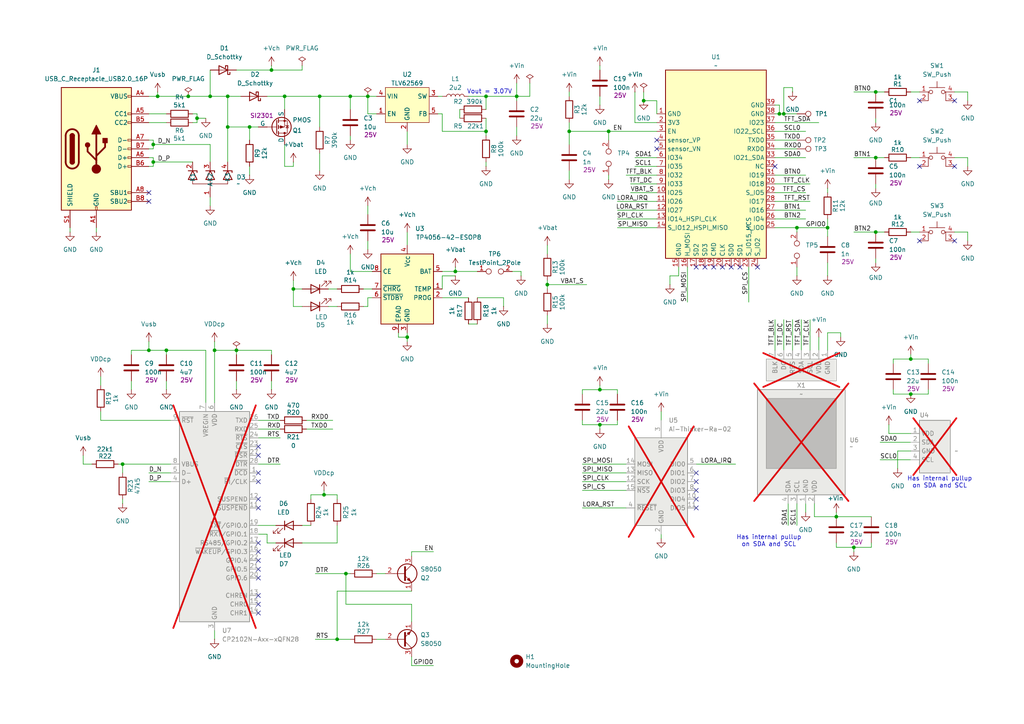
<source format=kicad_sch>
(kicad_sch (version 20250114) (generator "eeschema") (generator_version "9.0")
  (paper "A4")
  (title_block (title "Wireless Weather Station") (date "2025-04-03") (rev "0.1") (company "Author: Erik Miyoshi"))
  (text "Has internal pullup\non SDA and SCL" (at 272.542 139.954 0) (effects (font (size 1.27 1.27))))
  (text "Has internal pullup\non SDA and SCL" (at 223.012 156.972 0) (effects (font (size 1.27 1.27))))
  (text "Vout = 3.07V" (at 141.986 26.67 0) (effects (font (size 1.27 1.27))))
  (junction (at 60.96 27.94))
  (junction (at 101.6 27.94))
  (junction (at 242.57 149.86))
  (junction (at 149.86 27.94))
  (junction (at 44.45 41.91))
  (junction (at 66.04 36.83))
  (junction (at 140.97 27.94))
  (junction (at 85.09 83.82))
  (junction (at 254 67.31))
  (junction (at 186.69 29.21))
  (junction (at 57.15 34.29))
  (junction (at 173.99 123.19))
  (junction (at 68.58 101.6))
  (junction (at 45.72 27.94))
  (junction (at 48.26 101.6))
  (junction (at 92.71 27.94))
  (junction (at 254 26.67))
  (junction (at 226.06 33.02))
  (junction (at 173.99 113.03))
  (junction (at 62.23 101.6))
  (junction (at 35.56 134.62))
  (junction (at 43.18 101.6))
  (junction (at 264.16 104.14))
  (junction (at 54.61 27.94))
  (junction (at 78.74 20.32))
  (junction (at 72.39 36.83))
  (junction (at 176.53 38.1))
  (junction (at 106.68 27.94))
  (junction (at 100.33 166.37))
  (junction (at 247.65 158.75))
  (junction (at 165.1 38.1))
  (junction (at 66.04 27.94))
  (junction (at 82.55 27.94))
  (junction (at 118.11 97.79))
  (junction (at 264.16 114.3))
  (junction (at 97.79 185.42))
  (junction (at 158.75 82.55))
  (junction (at 93.98 143.51))
  (junction (at 231.14 66.04))
  (junction (at 132.08 78.74))
  (junction (at 254 45.72))
  (junction (at 44.45 46.99))
  (junction (at 240.03 66.04))
  (junction (at 140.97 38.1))
  (junction (at 227.33 33.02))
  (no_connect (at 224.79 48.26))
  (no_connect (at 43.18 55.88))
  (no_connect (at 209.55 77.47))
  (no_connect (at 212.09 77.47))
  (no_connect (at 190.5 40.64))
  (no_connect (at 74.93 129.54))
  (no_connect (at 74.93 157.48))
  (no_connect (at 74.93 139.7))
  (no_connect (at 74.93 162.56))
  (no_connect (at 74.93 160.02))
  (no_connect (at 74.93 177.8))
  (no_connect (at 219.71 77.47))
  (no_connect (at 207.01 77.47))
  (no_connect (at 74.93 167.64))
  (no_connect (at 74.93 147.32))
  (no_connect (at 201.93 144.78))
  (no_connect (at 204.47 77.47))
  (no_connect (at 276.86 48.26))
  (no_connect (at 43.18 58.42))
  (no_connect (at 201.93 142.24))
  (no_connect (at 214.63 77.47))
  (no_connect (at 74.93 132.08))
  (no_connect (at 201.93 147.32))
  (no_connect (at 266.7 29.21))
  (no_connect (at 201.93 139.7))
  (no_connect (at 74.93 175.26))
  (no_connect (at 201.93 77.47))
  (no_connect (at 266.7 48.26))
  (no_connect (at 74.93 165.1))
  (no_connect (at 190.5 43.18))
  (no_connect (at 74.93 137.16))
  (no_connect (at 276.86 69.85))
  (no_connect (at 266.7 69.85))
  (no_connect (at 201.93 137.16))
  (no_connect (at 74.93 144.78))
  (no_connect (at 276.86 29.21))
  (no_connect (at 74.93 172.72))
  (wire (pts (xy 29.21 109.22) (xy 29.21 111.76)))
  (wire (pts (xy 227.33 92.71) (xy 227.33 101.6)))
  (wire (pts (xy 68.58 110.49) (xy 68.58 113.03)))
  (wire (pts (xy 118.11 97.79) (xy 118.11 99.06)))
  (wire (pts (xy 62.23 182.88) (xy 62.23 185.42)))
  (wire (pts (xy 264.16 114.3) (xy 269.24 114.3)))
  (wire (pts (xy 101.6 166.37) (xy 100.33 166.37)))
  (wire (pts (xy 60.96 27.94) (xy 66.04 27.94)))
  (wire (pts (xy 78.74 20.32) (xy 87.63 20.32)))
  (wire (pts (xy 264.16 102.87) (xy 264.16 104.14)))
  (wire (pts (xy 269.24 113.03) (xy 269.24 114.3)))
  (wire (pts (xy 168.91 134.62) (xy 181.61 134.62)))
  (wire (pts (xy 264.16 125.73) (xy 257.81 125.73)))
  (wire (pts (xy 87.63 83.82) (xy 85.09 83.82)))
  (wire (pts (xy 168.91 137.16) (xy 181.61 137.16)))
  (wire (pts (xy 106.68 59.69) (xy 106.68 62.23)))
  (wire (pts (xy 88.9 121.92) (xy 96.52 121.92)))
  (wire (pts (xy 158.75 82.55) (xy 170.18 82.55)))
  (wire (pts (xy 132.08 77.47) (xy 132.08 78.74)))
  (wire (pts (xy 247.65 45.72) (xy 254 45.72)))
  (wire (pts (xy 184.15 45.72) (xy 190.5 45.72)))
  (wire (pts (xy 106.68 69.85) (xy 106.68 72.39)))
  (wire (pts (xy 255.27 133.35) (xy 264.16 133.35)))
  (wire (pts (xy 127 33.02) (xy 128.27 33.02)))
  (wire (pts (xy 60.96 20.32) (xy 60.96 27.94)))
  (wire (pts (xy 168.91 121.92) (xy 168.91 123.19)))
  (wire (pts (xy 82.55 27.94) (xy 92.71 27.94)))
  (wire (pts (xy 100.33 166.37) (xy 100.33 175.26)))
  (wire (pts (xy 68.58 20.32) (xy 78.74 20.32)))
  (wire (pts (xy 231.14 77.47) (xy 231.14 80.01)))
  (wire (pts (xy 93.98 143.51) (xy 97.79 143.51)))
  (wire (pts (xy 276.86 26.67) (xy 280.67 26.67)))
  (wire (pts (xy 240.03 101.6) (xy 240.03 96.52)))
  (wire (pts (xy 74.93 124.46) (xy 81.28 124.46)))
  (wire (pts (xy 224.79 50.8) (xy 233.68 50.8)))
  (wire (pts (xy 74.93 134.62) (xy 81.28 134.62)))
  (wire (pts (xy 95.25 83.82) (xy 97.79 83.82)))
  (wire (pts (xy 254 67.31) (xy 256.54 67.31)))
  (wire (pts (xy 128.27 38.1) (xy 140.97 38.1)))
  (wire (pts (xy 227.33 33.02) (xy 231.14 33.02)))
  (wire (pts (xy 260.35 130.81) (xy 260.35 135.89)))
  (wire (pts (xy 66.04 36.83) (xy 72.39 36.83)))
  (wire (pts (xy 254 53.34) (xy 254 54.61)))
  (wire (pts (xy 240.03 66.04) (xy 240.03 63.5)))
  (wire (pts (xy 128.27 83.82) (xy 128.27 80.01)))
  (wire (pts (xy 168.91 147.32) (xy 181.61 147.32)))
  (wire (pts (xy 106.68 33.02) (xy 106.68 27.94)))
  (wire (pts (xy 176.53 38.1) (xy 176.53 40.64)))
  (wire (pts (xy 149.86 24.13) (xy 149.86 27.94)))
  (wire (pts (xy 194.31 82.55) (xy 194.31 80.01)))
  (wire (pts (xy 233.68 60.96) (xy 224.79 60.96)))
  (wire (pts (xy 101.6 78.74) (xy 101.6 73.66)))
  (wire (pts (xy 48.26 101.6) (xy 48.26 102.87)))
  (wire (pts (xy 105.41 88.9) (xy 106.68 88.9)))
  (wire (pts (xy 224.79 53.34) (xy 234.95 53.34)))
  (wire (pts (xy 92.71 44.45) (xy 92.71 49.53)))
  (wire (pts (xy 242.57 148.59) (xy 242.57 149.86)))
  (wire (pts (xy 158.75 91.44) (xy 158.75 93.98)))
  (wire (pts (xy 242.57 149.86) (xy 252.73 149.86)))
  (wire (pts (xy 135.89 93.98) (xy 138.43 93.98)))
  (wire (pts (xy 186.69 29.21) (xy 190.5 29.21)))
  (wire (pts (xy 224.79 45.72) (xy 233.68 45.72)))
  (wire (pts (xy 43.18 139.7) (xy 49.53 139.7)))
  (wire (pts (xy 240.03 68.58) (xy 240.03 66.04)))
  (wire (pts (xy 179.07 63.5) (xy 190.5 63.5)))
  (wire (pts (xy 101.6 27.94) (xy 106.68 27.94)))
  (wire (pts (xy 43.18 27.94) (xy 45.72 27.94)))
  (wire (pts (xy 179.07 60.96) (xy 190.5 60.96)))
  (wire (pts (xy 140.97 46.99) (xy 140.97 48.26)))
  (wire (pts (xy 140.97 38.1) (xy 140.97 39.37)))
  (wire (pts (xy 190.5 33.02) (xy 190.5 29.21)))
  (wire (pts (xy 43.18 48.26) (xy 44.45 48.26)))
  (wire (pts (xy 85.09 46.99) (xy 85.09 48.26)))
  (wire (pts (xy 35.56 144.78) (xy 35.56 146.05)))
  (wire (pts (xy 224.79 33.02) (xy 226.06 33.02)))
  (wire (pts (xy 78.74 101.6) (xy 78.74 102.87)))
  (wire (pts (xy 109.22 33.02) (xy 106.68 33.02)))
  (wire (pts (xy 57.15 33.02) (xy 57.15 34.29)))
  (wire (pts (xy 125.73 193.04) (xy 119.38 193.04)))
  (wire (pts (xy 140.97 27.94) (xy 149.86 27.94)))
  (wire (pts (xy 240.03 66.04) (xy 231.14 66.04)))
  (wire (pts (xy 105.41 83.82) (xy 107.95 83.82)))
  (wire (pts (xy 128.27 78.74) (xy 132.08 78.74)))
  (wire (pts (xy 43.18 35.56) (xy 48.26 35.56)))
  (wire (pts (xy 168.91 114.3) (xy 168.91 113.03)))
  (wire (pts (xy 149.86 29.21) (xy 149.86 27.94)))
  (wire (pts (xy 232.41 92.71) (xy 232.41 101.6)))
  (wire (pts (xy 229.87 25.4) (xy 227.33 25.4)))
  (wire (pts (xy 72.39 36.83) (xy 74.93 36.83)))
  (wire (pts (xy 101.6 27.94) (xy 101.6 31.75)))
  (wire (pts (xy 90.17 144.78) (xy 90.17 143.51)))
  (wire (pts (xy 119.38 161.29) (xy 119.38 160.02)))
  (wire (pts (xy 168.91 113.03) (xy 173.99 113.03)))
  (wire (pts (xy 133.35 31.75) (xy 133.35 34.29)))
  (wire (pts (xy 259.08 114.3) (xy 264.16 114.3)))
  (wire (pts (xy 125.73 160.02) (xy 119.38 160.02)))
  (wire (pts (xy 68.58 102.87) (xy 68.58 101.6)))
  (wire (pts (xy 87.63 19.05) (xy 87.63 20.32)))
  (wire (pts (xy 280.67 29.21) (xy 280.67 26.67)))
  (wire (pts (xy 184.15 48.26) (xy 190.5 48.26)))
  (wire (pts (xy 247.65 26.67) (xy 254 26.67)))
  (wire (pts (xy 254 74.93) (xy 254 76.2)))
  (wire (pts (xy 173.99 27.94) (xy 173.99 30.48)))
  (wire (pts (xy 62.23 116.84) (xy 62.23 101.6)))
  (wire (pts (xy 217.17 77.47) (xy 217.17 87.63)))
  (wire (pts (xy 60.96 57.15) (xy 60.96 59.69)))
  (wire (pts (xy 179.07 66.04) (xy 190.5 66.04)))
  (wire (pts (xy 224.79 38.1) (xy 233.68 38.1)))
  (wire (pts (xy 259.08 104.14) (xy 264.16 104.14)))
  (wire (pts (xy 44.45 41.91) (xy 44.45 43.18)))
  (wire (pts (xy 118.11 38.1) (xy 118.11 41.91)))
  (wire (pts (xy 128.27 86.36) (xy 135.89 86.36)))
  (wire (pts (xy 184.15 26.67) (xy 184.15 35.56)))
  (wire (pts (xy 44.45 40.64) (xy 44.45 41.91)))
  (wire (pts (xy 118.11 96.52) (xy 118.11 97.79)))
  (wire (pts (xy 259.08 113.03) (xy 259.08 114.3)))
  (wire (pts (xy 173.99 19.05) (xy 173.99 20.32)))
  (wire (pts (xy 242.57 158.75) (xy 247.65 158.75)))
  (wire (pts (xy 224.79 58.42) (xy 234.95 58.42)))
  (wire (pts (xy 60.96 46.99) (xy 60.96 41.91)))
  (wire (pts (xy 74.93 154.94) (xy 77.47 154.94)))
  (wire (pts (xy 229.87 92.71) (xy 229.87 101.6)))
  (wire (pts (xy 44.45 41.91) (xy 60.96 41.91)))
  (wire (pts (xy 26.67 134.62) (xy 24.13 134.62)))
  (wire (pts (xy 168.91 123.19) (xy 173.99 123.19)))
  (wire (pts (xy 87.63 88.9) (xy 85.09 88.9)))
  (wire (pts (xy 62.23 101.6) (xy 68.58 101.6)))
  (wire (pts (xy 237.49 97.79) (xy 237.49 101.6)))
  (wire (pts (xy 168.91 142.24) (xy 181.61 142.24)))
  (wire (pts (xy 43.18 43.18) (xy 44.45 43.18)))
  (wire (pts (xy 127 27.94) (xy 128.27 27.94)))
  (wire (pts (xy 181.61 50.8) (xy 190.5 50.8)))
  (wire (pts (xy 179.07 58.42) (xy 190.5 58.42)))
  (wire (pts (xy 72.39 40.64) (xy 72.39 36.83)))
  (wire (pts (xy 85.09 48.26) (xy 82.55 48.26)))
  (wire (pts (xy 140.97 34.29) (xy 140.97 38.1)))
  (wire (pts (xy 224.79 66.04) (xy 231.14 66.04)))
  (wire (pts (xy 224.79 55.88) (xy 233.68 55.88)))
  (wire (pts (xy 82.55 31.75) (xy 82.55 27.94)))
  (wire (pts (xy 55.88 35.56) (xy 57.15 35.56)))
  (wire (pts (xy 168.91 139.7) (xy 181.61 139.7)))
  (wire (pts (xy 128.27 80.01) (xy 132.08 80.01)))
  (wire (pts (xy 151.13 80.01) (xy 151.13 78.74)))
  (wire (pts (xy 158.75 82.55) (xy 158.75 83.82)))
  (wire (pts (xy 280.67 67.31) (xy 280.67 69.85)))
  (wire (pts (xy 224.79 92.71) (xy 224.79 101.6)))
  (wire (pts (xy 38.1 102.87) (xy 38.1 101.6)))
  (wire (pts (xy 191.77 154.94) (xy 191.77 156.21)))
  (wire (pts (xy 255.27 128.27) (xy 264.16 128.27)))
  (wire (pts (xy 226.06 33.02) (xy 227.33 33.02)))
  (wire (pts (xy 66.04 27.94) (xy 69.85 27.94)))
  (wire (pts (xy 35.56 137.16) (xy 35.56 134.62)))
  (wire (pts (xy 247.65 67.31) (xy 254 67.31)))
  (wire (pts (xy 43.18 40.64) (xy 44.45 40.64)))
  (wire (pts (xy 119.38 171.45) (xy 97.79 171.45)))
  (wire (pts (xy 97.79 152.4) (xy 97.79 157.48)))
  (wire (pts (xy 54.61 27.94) (xy 60.96 27.94)))
  (wire (pts (xy 224.79 35.56) (xy 237.49 35.56)))
  (wire (pts (xy 115.57 96.52) (xy 115.57 97.79)))
  (wire (pts (xy 149.86 36.83) (xy 149.86 39.37)))
  (wire (pts (xy 106.68 27.94) (xy 109.22 27.94)))
  (wire (pts (xy 264.16 26.67) (xy 266.7 26.67)))
  (wire (pts (xy 229.87 26.67) (xy 229.87 25.4)))
  (wire (pts (xy 57.15 34.29) (xy 57.15 35.56)))
  (wire (pts (xy 77.47 157.48) (xy 80.01 157.48)))
  (wire (pts (xy 264.16 45.72) (xy 266.7 45.72)))
  (wire (pts (xy 165.1 38.1) (xy 176.53 38.1)))
  (wire (pts (xy 259.08 105.41) (xy 259.08 104.14)))
  (wire (pts (xy 165.1 49.53) (xy 165.1 52.07)))
  (wire (pts (xy 231.14 146.05) (xy 231.14 152.4)))
  (wire (pts (xy 107.95 78.74) (xy 101.6 78.74)))
  (wire (pts (xy 224.79 43.18) (xy 231.14 43.18)))
  (wire (pts (xy 151.13 78.74) (xy 148.59 78.74)))
  (wire (pts (xy 128.27 33.02) (xy 128.27 38.1)))
  (wire (pts (xy 101.6 39.37) (xy 101.6 40.64)))
  (wire (pts (xy 264.16 130.81) (xy 260.35 130.81)))
  (wire (pts (xy 140.97 27.94) (xy 140.97 31.75)))
  (wire (pts (xy 35.56 134.62) (xy 49.53 134.62)))
  (wire (pts (xy 269.24 104.14) (xy 269.24 105.41)))
  (wire (pts (xy 254 34.29) (xy 254 35.56)))
  (wire (pts (xy 38.1 110.49) (xy 38.1 113.03)))
  (wire (pts (xy 90.17 143.51) (xy 93.98 143.51)))
  (wire (pts (xy 74.93 127) (xy 81.28 127)))
  (wire (pts (xy 68.58 101.6) (xy 78.74 101.6)))
  (wire (pts (xy 35.56 134.62) (xy 34.29 134.62)))
  (wire (pts (xy 196.85 77.47) (xy 196.85 80.01)))
  (wire (pts (xy 45.72 26.67) (xy 45.72 27.94)))
  (wire (pts (xy 176.53 38.1) (xy 190.5 38.1)))
  (wire (pts (xy 55.88 33.02) (xy 57.15 33.02)))
  (wire (pts (xy 44.45 45.72) (xy 44.45 46.99)))
  (wire (pts (xy 111.76 166.37) (xy 109.22 166.37)))
  (wire (pts (xy 78.74 110.49) (xy 78.74 113.03)))
  (wire (pts (xy 173.99 111.76) (xy 173.99 113.03)))
  (wire (pts (xy 165.1 41.91) (xy 165.1 38.1)))
  (wire (pts (xy 182.88 53.34) (xy 190.5 53.34)))
  (wire (pts (xy 45.72 27.94) (xy 54.61 27.94)))
  (wire (pts (xy 111.76 185.42) (xy 109.22 185.42)))
  (wire (pts (xy 66.04 27.94) (xy 66.04 36.83)))
  (wire (pts (xy 78.74 19.05) (xy 78.74 20.32)))
  (wire (pts (xy 194.31 80.01) (xy 196.85 80.01)))
  (wire (pts (xy 226.06 30.48) (xy 226.06 33.02)))
  (wire (pts (xy 85.09 81.28) (xy 85.09 83.82)))
  (wire (pts (xy 165.1 26.67) (xy 165.1 27.94)))
  (wire (pts (xy 97.79 185.42) (xy 91.44 185.42)))
  (wire (pts (xy 236.22 149.86) (xy 242.57 149.86)))
  (wire (pts (xy 29.21 121.92) (xy 49.53 121.92)))
  (wire (pts (xy 48.26 110.49) (xy 48.26 113.03)))
  (wire (pts (xy 92.71 27.94) (xy 101.6 27.94)))
  (wire (pts (xy 256.54 45.72) (xy 254 45.72)))
  (wire (pts (xy 77.47 154.94) (xy 77.47 157.48)))
  (wire (pts (xy 231.14 66.04) (xy 231.14 67.31)))
  (wire (pts (xy 101.6 185.42) (xy 97.79 185.42)))
  (wire (pts (xy 57.15 34.29) (xy 59.69 34.29)))
  (wire (pts (xy 43.18 99.06) (xy 43.18 101.6)))
  (wire (pts (xy 74.93 121.92) (xy 81.28 121.92)))
  (wire (pts (xy 106.68 88.9) (xy 106.68 86.36)))
  (wire (pts (xy 240.03 54.61) (xy 240.03 55.88)))
  (wire (pts (xy 233.68 146.05) (xy 233.68 148.59)))
  (wire (pts (xy 88.9 124.46) (xy 96.52 124.46)))
  (wire (pts (xy 138.43 86.36) (xy 146.05 86.36)))
  (wire (pts (xy 43.18 101.6) (xy 48.26 101.6)))
  (wire (pts (xy 280.67 48.26) (xy 280.67 45.72)))
  (wire (pts (xy 44.45 46.99) (xy 44.45 48.26)))
  (wire (pts (xy 43.18 33.02) (xy 48.26 33.02)))
  (wire (pts (xy 173.99 123.19) (xy 179.07 123.19)))
  (wire (pts (xy 100.33 166.37) (xy 91.44 166.37)))
  (wire (pts (xy 38.1 101.6) (xy 43.18 101.6)))
  (wire (pts (xy 276.86 67.31) (xy 280.67 67.31)))
  (wire (pts (xy 146.05 88.9) (xy 146.05 86.36)))
  (wire (pts (xy 20.32 66.04) (xy 20.32 67.31)))
  (wire (pts (xy 257.81 123.19) (xy 257.81 125.73)))
  (wire (pts (xy 224.79 30.48) (xy 226.06 30.48)))
  (wire (pts (xy 247.65 158.75) (xy 252.73 158.75)))
  (wire (pts (xy 227.33 25.4) (xy 227.33 33.02)))
  (wire (pts (xy 97.79 171.45) (xy 97.79 185.42)))
  (wire (pts (xy 240.03 76.2) (xy 240.03 80.01)))
  (wire (pts (xy 252.73 157.48) (xy 252.73 158.75)))
  (wire (pts (xy 149.86 27.94) (xy 153.67 27.94)))
  (wire (pts (xy 87.63 157.48) (xy 97.79 157.48)))
  (wire (pts (xy 186.69 26.67) (xy 186.69 29.21)))
  (wire (pts (xy 92.71 27.94) (xy 92.71 36.83)))
  (wire (pts (xy 228.6 146.05) (xy 228.6 152.4)))
  (wire (pts (xy 119.38 190.5) (xy 119.38 193.04)))
  (wire (pts (xy 247.65 158.75) (xy 247.65 160.02)))
  (wire (pts (xy 100.33 175.26) (xy 119.38 175.26)))
  (wire (pts (xy 48.26 101.6) (xy 59.69 101.6)))
  (wire (pts (xy 264.16 67.31) (xy 266.7 67.31)))
  (wire (pts (xy 190.5 35.56) (xy 184.15 35.56)))
  (wire (pts (xy 243.84 96.52) (xy 243.84 97.79)))
  (wire (pts (xy 72.39 48.26) (xy 72.39 50.8)))
  (wire (pts (xy 224.79 63.5) (xy 233.68 63.5)))
  (wire (pts (xy 115.57 97.79) (xy 118.11 97.79)))
  (wire (pts (xy 165.1 35.56) (xy 165.1 38.1)))
  (wire (pts (xy 234.95 92.71) (xy 234.95 101.6)))
  (wire (pts (xy 118.11 67.31) (xy 118.11 71.12)))
  (wire (pts (xy 43.18 45.72) (xy 44.45 45.72)))
  (wire (pts (xy 158.75 71.12) (xy 158.75 73.66)))
  (wire (pts (xy 242.57 157.48) (xy 242.57 158.75)))
  (wire (pts (xy 182.88 55.88) (xy 190.5 55.88)))
  (wire (pts (xy 82.55 27.94) (xy 77.47 27.94)))
  (wire (pts (xy 27.94 66.04) (xy 27.94 67.31)))
  (wire (pts (xy 82.55 48.26) (xy 82.55 41.91)))
  (wire (pts (xy 240.03 96.52) (xy 243.84 96.52)))
  (wire (pts (xy 97.79 143.51) (xy 97.79 144.78)))
  (wire (pts (xy 158.75 81.28) (xy 158.75 82.55)))
  (wire (pts (xy 176.53 50.8) (xy 176.53 52.07)))
  (wire (pts (xy 59.69 116.84) (xy 59.69 101.6)))
  (wire (pts (xy 224.79 40.64) (xy 231.14 40.64)))
  (wire (pts (xy 119.38 175.26) (xy 119.38 180.34)))
  (wire (pts (xy 44.45 46.99) (xy 55.88 46.99)))
  (wire (pts (xy 29.21 119.38) (xy 29.21 121.92)))
  (wire (pts (xy 106.68 86.36) (xy 107.95 86.36)))
  (wire (pts (xy 256.54 26.67) (xy 254 26.67)))
  (wire (pts (xy 43.18 137.16) (xy 49.53 137.16)))
  (wire (pts (xy 201.93 134.62) (xy 213.36 134.62)))
  (wire (pts (xy 173.99 113.03) (xy 179.07 113.03)))
  (wire (pts (xy 132.08 78.74) (xy 138.43 78.74)))
  (wire (pts (xy 153.67 24.13) (xy 153.67 27.94)))
  (wire (pts (xy 74.93 152.4) (xy 80.01 152.4)))
  (wire (pts (xy 173.99 123.19) (xy 173.99 124.46)))
  (wire (pts (xy 135.89 27.94) (xy 140.97 27.94)))
  (wire (pts (xy 276.86 45.72) (xy 280.67 45.72)))
  (wire (pts (xy 93.98 142.24) (xy 93.98 143.51)))
  (wire (pts (xy 199.39 77.47) (xy 199.39 87.63)))
  (wire (pts (xy 236.22 146.05) (xy 236.22 149.86)))
  (wire (pts (xy 24.13 132.08) (xy 24.13 134.62)))
  (wire (pts (xy 95.25 88.9) (xy 97.79 88.9)))
  (wire (pts (xy 62.23 99.06) (xy 62.23 101.6)))
  (wire (pts (xy 179.07 123.19) (xy 179.07 121.92)))
  (wire (pts (xy 191.77 119.38) (xy 191.77 121.92)))
  (wire (pts (xy 66.04 36.83) (xy 66.04 46.99)))
  (wire (pts (xy 264.16 104.14) (xy 269.24 104.14)))
  (wire (pts (xy 87.63 152.4) (xy 90.17 152.4)))
  (wire (pts (xy 179.07 113.03) (xy 179.07 114.3)))
  (wire (pts (xy 85.09 88.9) (xy 85.09 83.82)))
  (label "SDA0" (at 255.27 128.27 0))
  (label "TFT_SDA" (at 232.41 100.33 90))
  (label "D_N" (at 43.18 137.16 0))
  (label "BTN2" (at 227.33 63.5 0))
  (label "SPI_CS" (at 168.91 142.24 0))
  (label "SCL1" (at 231.14 152.4 90))
  (label "TFT_BLK" (at 189.23 50.8 180))
  (label "TXD" (at 77.47 121.92 0))
  (label "D_P" (at 43.18 139.7 0))
  (label "TFT_CS" (at 233.68 55.88 180))
  (label "SPI_CLK" (at 168.91 139.7 0))
  (label "RTS" (at 95.25 185.42 180))
  (label "SDA1" (at 228.6 152.4 90))
  (label "SPI_MISO" (at 187.96 66.04 180))
  (label "TFT_CLK" (at 234.95 100.33 90))
  (label "SPI_MOSI" (at 199.39 78.74 270))
  (label "RXD0" (at 227.33 43.18 0))
  (label "TXD0" (at 227.33 40.64 0))
  (label "EN" (at 177.8 38.1 0))
  (label "SPI_CLK" (at 186.69 63.5 180))
  (label "EN" (at 125.73 160.02 180))
  (label "LORA_RST" (at 187.96 60.96 180))
  (label "SDA0" (at 227.33 45.72 0))
  (label "RTS" (at 77.47 127 0))
  (label "RXD" (at 77.47 124.46 0))
  (label "BTN2" (at 247.65 67.31 0))
  (label "SCL0" (at 255.27 133.35 0))
  (label "SDA1" (at 184.15 45.72 0))
  (label "LORA_RST" (at 168.91 147.32 0))
  (label "SPI_CS" (at 217.17 78.74 270))
  (label "VBAT_S" (at 182.88 55.88 0))
  (label "DTR" (at 77.47 134.62 0))
  (label "BTN1" (at 227.33 60.96 0))
  (label "SPI_MOSI" (at 168.91 134.62 0))
  (label "SCL1" (at 184.15 48.26 0))
  (label "D_P" (at 45.72 46.99 0))
  (label "TXD0" (at 90.17 124.46 0))
  (label "TFT_DC" (at 189.23 53.34 180))
  (label "RXD0" (at 90.17 121.92 0))
  (label "SCL0" (at 227.33 38.1 0))
  (label "GPIO0" (at 125.73 193.04 180))
  (label "VBAT_S" (at 162.56 82.55 0))
  (label "TFT_SDA" (at 227.33 35.56 0))
  (label "BTN0" (at 227.33 50.8 0))
  (label "BTN1" (at 247.65 45.72 0))
  (label "SPI_MISO" (at 168.91 137.16 0))
  (label "TFT_DC" (at 227.33 100.33 90))
  (label "BTN0" (at 247.65 26.67 0))
  (label "LORA_IRQ" (at 203.2 134.62 0))
  (label "TFT_RST" (at 229.87 100.33 90))
  (label "TFT_BLK" (at 224.79 100.33 90))
  (label "LORA_IRQ" (at 187.96 58.42 180))
  (label "D_N" (at 45.72 41.91 0))
  (label "GPIO0" (at 233.68 66.04 0))
  (label "DTR" (at 95.25 166.37 180))
  (label "TFT_CLK" (at 234.95 53.34 180))
  (label "TFT_RST" (at 234.95 58.42 180))
  (symbol (lib_id "Device:R") (at 140.97 43.18 180) (unit 1)
    (property "Reference" "R8" (at 143.256 43.18 90))
    (property "Value" "100k" (at 145.288 43.18 90))
    (property "Footprint" "Resistor_SMD:R_0603_1608Metric_Pad0.98x0.95mm_HandSolder" (effects (hide yes)))
    (property "Description" "Resistor" (effects (hide yes)))
    (property "LCSCPN" "C14675" (effects (hide yes)))
    (property "LCSC Page" "https://www.lcsc.com/product-detail/Chip-Resistor-Surface-Mount_YAGEO-RC0603FR-07100KL_C14675.html" (effects (hide yes)))
  )
  (symbol (lib_id "Connector:USB_C_Receptacle_USB2.0_16P") (at 27.94 43.18 0) (unit 1)
    (property "Reference" "J1" (at 27.94 20.32 0))
    (property "Value" "USB_C_Receptacle_USB2.0_16P" (at 27.94 22.86 0))
    (property "Footprint" "Connector_USB:USB_C_Receptacle_GCT_USB4105-xx-A_16P_TopMnt_Horizontal" (effects (hide yes)))
    (property "Datasheet" "https://www.usb.org/sites/default/files/documents/usb_type-c.zip" (effects (hide yes)))
    (property "Description" "USB 2.0-only 16P Type-C Receptacle connector" (effects (hide yes)))
    (property "LCSCPN" "C2765186" (effects (hide yes)))
    (property "LCSC Page" "https://www.lcsc.com/product-detail/USB-Connectors_SHOU-HAN-TYPE-C-16PIN-2MD-073_C2765186.html?s_z=n_usb%2520c%2520connector" (effects (hide yes)))
  )
  (symbol (lib_id "Device:C") (at 106.68 66.04 0) (unit 1)
    (property "Reference" "C6" (at 110.49 64.7699 0) (effects (justify left)))
    (property "Value" "10u" (at 110.49 67.3099 0) (effects (justify left)))
    (property "Footprint" "Capacitor_SMD:C_0805_2012Metric" (effects (hide yes)))
    (property "Description" "Unpolarized capacitor" (effects (hide yes)))
    (property "LCSCPN" "C15850" (effects (hide yes)))
    (property "LCSC Page" "https://www.lcsc.com/product-detail/Multilayer-Ceramic-Capacitors-MLCC-SMD-SMT_Samsung-Electro-Mechanics-CL21A106KAYNNNE_C15850.html" (effects (hide yes)))
    (property "Voltage" "25V" (at 112.522 69.596 0))
  )
  (symbol (lib_id "Device:C") (at 254 30.48 0) (unit 1)
    (property "Reference" "C1" (at 257.81 29.2099 0) (effects (justify left)))
    (property "Value" "100n" (at 257.81 30.4799 0) (effects (justify left)))
    (property "Footprint" "Capacitor_SMD:C_0603_1608Metric" (effects (hide yes)))
    (property "Description" "Unpolarized capacitor" (effects (hide yes)))
    (property "LCSCPN" "C14663" (effects (hide yes)))
    (property "LCSC Page" "https://www.lcsc.com/product-detail/Multilayer-Ceramic-Capacitors-MLCC-SMD-SMT_YAGEO-CC0603KRX7R9BB104_C14663.html" (effects (hide yes)))
    (property "Voltage" "25V" (at 259.842 32.766 0))
  )
  (symbol (lib_id "power:VCC") (at 242.57 148.59 0) (unit 1)
    (property "Reference" "#PWR059" (effects (hide yes)))
    (property "Value" "+Vin" (at 242.316 144.526 0))
    (property "Description" "Power symbol creates a global label with name \"VCC\"" (effects (hide yes)))
  )
  (symbol (lib_id "Device:LED") (at 91.44 88.9 180) (unit 1)
    (property "Reference" "D5" (at 92.964 94.234 0))
    (property "Value" "LED" (at 93.218 91.948 0))
    (property "Footprint" "LED_SMD:LED_0603_1608Metric" (effects (hide yes)))
    (property "Description" "Light emitting diode" (effects (hide yes)))
    (property "Sim.Pins" "1=K 2=A" (effects (hide yes)))
    (property "LCSCPN" "C965799" (effects (hide yes)))
    (property "LCSC Page" "https://www.lcsc.com/product-detail/LED-Indication-Discrete_XINGLIGHT-XL-1608SURC-06_C965799.html" (effects (hide yes)))
  )
  (symbol (lib_id "power:VCC") (at 78.74 19.05 0) (unit 1)
    (property "Reference" "#PWR01" (effects (hide yes)))
    (property "Value" "+Vch" (at 78.74 13.97 0))
    (property "Description" "Power symbol creates a global label with name \"VCC\"" (effects (hide yes)))
  )
  (symbol (lib_id "Mechanical:MountingHole") (at 149.86 191.77 0) (unit 1) (in_bom no)
    (property "Reference" "H1" (at 152.4 190.4999 0) (effects (justify left)))
    (property "Value" "MountingHole" (at 152.4 193.0399 0) (effects (justify left)))
    (property "Footprint" "weather_station_lib:mounting_hole_1.5" (effects (hide yes)))
    (property "Description" "Mounting Hole without connection" (effects (hide yes)))
  )
  (symbol (lib_id "power:GND") (at 72.39 50.8 0) (unit 1)
    (property "Reference" "#PWR017" (effects (hide yes)))
    (property "Value" "GND" (at 72.39 55.88 0))
    (property "Description" "Power symbol creates a global label with name \"GND\" , ground" (effects (hide yes)))
  )
  (symbol (lib_id "Device:R") (at 260.35 67.31 270) (unit 1)
    (property "Reference" "R12" (at 260.35 65.024 90))
    (property "Value" "1k" (at 260.35 62.992 90))
    (property "Footprint" "Resistor_SMD:R_0603_1608Metric_Pad0.98x0.95mm_HandSolder" (effects (hide yes)))
    (property "Description" "Resistor" (effects (hide yes)))
    (property "LCSCPN" "C22548" (effects (hide yes)))
    (property "LCSC Page" "https://www.lcsc.com/product-detail/Chip-Resistor-Surface-Mount_YAGEO-RC0603FR-071KL_C22548.html" (effects (hide yes)))
  )
  (symbol (lib_id "power:PWR_FLAG") (at 68.58 101.6 0) (unit 1)
    (property "Reference" "#FLG05" (effects (hide yes)))
    (property "Value" "PWR_FLAG" (effects (hide yes)))
    (property "Description" "Special symbol for telling ERC where power comes from" (effects (hide yes)))
  )
  (symbol (lib_id "power:VCC") (at 24.13 132.08 0) (unit 1)
    (property "Reference" "#PWR054" (effects (hide yes)))
    (property "Value" "Vusb" (at 24.13 127 0))
    (property "Description" "Power symbol creates a global label with name \"VCC\"" (effects (hide yes)))
  )
  (symbol (lib_id "power:GND") (at 173.99 124.46 0) (unit 1)
    (property "Reference" "#PWR053" (effects (hide yes)))
    (property "Value" "GND" (at 173.99 129.54 0))
    (property "Description" "Power symbol creates a global label with name \"GND\" , ground" (effects (hide yes)))
  )
  (symbol (lib_id "weather_station_lib:SW_Push") (at 271.78 45.72 0) (unit 1)
    (property "Reference" "SW2" (at 271.78 38.1 0))
    (property "Value" "SW_Push" (at 271.78 40.64 0))
    (property "Footprint" "weather_station_lib:tactile_switch_6x6" (effects (hide yes)))
    (property "Description" "Push button switch, generic, symbol, four pins" (effects (hide yes)))
    (property "LCSCPN" "C455110" (effects (hide yes)))
    (property "LCSC Page" "https://www.lcsc.com/product-detail/Tactile-Switches_XUNPU-TS-1002S-05026C_C455110.html" (effects (hide yes)))
  )
  (symbol (lib_id "power:GND") (at 118.11 41.91 0) (unit 1)
    (property "Reference" "#PWR012" (effects (hide yes)))
    (property "Value" "GND" (at 118.11 46.99 0))
    (property "Description" "Power symbol creates a global label with name \"GND\" , ground" (effects (hide yes)))
  )
  (symbol (lib_id "Device:R") (at 35.56 140.97 180) (unit 1)
    (property "Reference" "R23" (at 37.846 140.97 90))
    (property "Value" "47k5" (at 39.878 140.97 90))
    (property "Footprint" "Resistor_SMD:R_0603_1608Metric_Pad0.98x0.95mm_HandSolder" (effects (hide yes)))
    (property "Description" "Resistor" (effects (hide yes)))
    (property "LCSCPN" "C2933225" (effects (hide yes)))
    (property "LCSC Page" "https://www.lcsc.com/product-detail/Chip-Resistor-Surface-Mount_FOJAN-FRC0603F4752TS_C2933225.html" (effects (hide yes)))
  )
  (symbol (lib_id "Device:C") (at 101.6 35.56 0) (unit 1)
    (property "Reference" "C3" (at 105.41 34.2899 0) (effects (justify left)))
    (property "Value" "10u" (at 105.41 36.8299 0) (effects (justify left)))
    (property "Footprint" "Capacitor_SMD:C_0805_2012Metric" (effects (hide yes)))
    (property "Description" "Unpolarized capacitor" (effects (hide yes)))
    (property "LCSCPN" "C15850" (effects (hide yes)))
    (property "LCSC Page" "https://www.lcsc.com/product-detail/Multilayer-Ceramic-Capacitors-MLCC-SMD-SMT_Samsung-Electro-Mechanics-CL21A106KAYNNNE_C15850.html" (effects (hide yes)))
    (property "Voltage" "25V" (at 107.442 39.116 0))
  )
  (symbol (lib_id "power:VCC") (at 62.23 99.06 0) (unit 1)
    (property "Reference" "#PWR041" (effects (hide yes)))
    (property "Value" "VDDcp" (at 62.23 93.98 0))
    (property "Description" "Power symbol creates a global label with name \"VCC\"" (effects (hide yes)))
  )
  (symbol (lib_id "Device:C") (at 242.57 153.67 0) (unit 1)
    (property "Reference" "C17" (at 246.38 152.3999 0) (effects (justify left)))
    (property "Value" "22u" (at 246.38 154.9399 0) (effects (justify left)))
    (property "Footprint" "Capacitor_SMD:C_0805_2012Metric" (effects (hide yes)))
    (property "Description" "Unpolarized capacitor" (effects (hide yes)))
    (property "LCSCPN" "C602037" (effects (hide yes)))
    (property "LCSC Page" "https://www.lcsc.com/product-detail/Multilayer-Ceramic-Capacitors-MLCC-SMD-SMT_Samsung-Electro-Mechanics-CL21A226MAYNNNE_C602037.html" (effects (hide yes)))
    (property "Voltage" "25V" (at 248.412 157.226 0))
  )
  (symbol (lib_id "power:PWR_FLAG") (at 153.67 24.13 0) (unit 1)
    (property "Reference" "#FLG04" (effects (hide yes)))
    (property "Value" "PWR_FLAG" (effects (hide yes)))
    (property "Description" "Special symbol for telling ERC where power comes from" (effects (hide yes)))
  )
  (symbol (lib_id "Device:R") (at 105.41 185.42 90) (mirror x) (unit 1)
    (property "Reference" "R27" (at 105.41 183.134 90))
    (property "Value" "12k" (at 105.41 181.102 90))
    (property "Footprint" "Resistor_SMD:R_0603_1608Metric_Pad0.98x0.95mm_HandSolder" (effects (hide yes)))
    (property "Description" "Resistor" (effects (hide yes)))
    (property "LCSCPN" "C114659" (effects (hide yes)))
    (property "LCSC Page" "https://www.lcsc.com/product-detail/Chip-Resistor-Surface-Mount_YAGEO-RC0603FR-0712KL_C114659.html" (effects (hide yes)))
  )
  (symbol (lib_id "power:GND") (at 140.97 48.26 0) (unit 1)
    (property "Reference" "#PWR014" (effects (hide yes)))
    (property "Value" "GND" (at 140.97 53.34 0))
    (property "Description" "Power symbol creates a global label with name \"GND\" , ground" (effects (hide yes)))
  )
  (symbol (lib_id "Device:R") (at 52.07 35.56 90) (unit 1)
    (property "Reference" "R6" (at 52.07 37.846 90))
    (property "Value" "5k1" (at 52.07 40.132 90))
    (property "Footprint" "Resistor_SMD:R_0603_1608Metric_Pad0.98x0.95mm_HandSolder" (effects (hide yes)))
    (property "Description" "Resistor" (effects (hide yes)))
    (property "LCSCPN" "C23186" (effects (hide yes)))
    (property "LCSC Page" "https://www.lcsc.com/product-detail/Chip-Resistor-Surface-Mount_UNI-ROYAL-Uniroyal-Elec-0603WAF5101T5E_C23186.html" (effects (hide yes)))
  )
  (symbol (lib_id "power:VCC") (at 101.6 73.66 0) (unit 1)
    (property "Reference" "#PWR030" (effects (hide yes)))
    (property "Value" "+Vch" (at 101.6 68.58 0))
    (property "Description" "Power symbol creates a global label with name \"VCC\"" (effects (hide yes)))
  )
  (symbol (lib_id "power:GND") (at 158.75 93.98 0) (unit 1)
    (property "Reference" "#PWR039" (effects (hide yes)))
    (property "Value" "GND" (at 158.75 99.06 0))
    (property "Description" "Power symbol creates a global label with name \"GND\" , ground" (effects (hide yes)))
  )
  (symbol (lib_id "power:VCC") (at 132.08 77.47 0) (unit 1)
    (property "Reference" "#PWR032" (effects (hide yes)))
    (property "Value" "+Vbat" (at 132.08 72.39 0))
    (property "Description" "Power symbol creates a global label with name \"VCC\"" (effects (hide yes)))
  )
  (symbol (lib_id "Device:D_Schottky") (at 73.66 27.94 180) (unit 1)
    (property "Reference" "D2" (at 73.9775 21.59 0))
    (property "Value" "D_Schottky" (at 73.9775 24.13 0))
    (property "Footprint" "Diode_SMD:D_SMA" (effects (hide yes)))
    (property "Description" "Schottky diode" (effects (hide yes)))
    (property "LCSCPN" "C2986110" (effects (hide yes)))
    (property "LCSC Page" "https://www.lcsc.com/product-detail/Schottky-Diodes_GOODWORK-SS14_C2986110.html" (effects (hide yes)))
  )
  (symbol (lib_id "Device:D_Schottky") (at 64.77 20.32 180) (unit 1)
    (property "Reference" "D1" (at 65.0875 13.97 0))
    (property "Value" "D_Schottky" (at 65.0875 16.51 0))
    (property "Footprint" "Diode_SMD:D_SMA" (effects (hide yes)))
    (property "Description" "Schottky diode" (effects (hide yes)))
    (property "LCSCPN" "C2986110" (effects (hide yes)))
    (property "LCSC Page" "https://www.lcsc.com/product-detail/Schottky-Diodes_GOODWORK-SS14_C2986110.html" (effects (hide yes)))
  )
  (symbol (lib_id "power:VCC") (at 264.16 102.87 0) (unit 1)
    (property "Reference" "#PWR043" (effects (hide yes)))
    (property "Value" "+Vin" (at 264.16 97.79 0))
    (property "Description" "Power symbol creates a global label with name \"VCC\"" (effects (hide yes)))
  )
  (symbol (lib_id "Device:C") (at 68.58 106.68 0) (unit 1)
    (property "Reference" "C11" (at 72.39 105.4099 0) (effects (justify left)))
    (property "Value" "100n" (at 72.39 107.9499 0) (effects (justify left)))
    (property "Footprint" "Capacitor_SMD:C_0603_1608Metric" (effects (hide yes)))
    (property "Description" "Unpolarized capacitor" (effects (hide yes)))
    (property "LCSCPN" "C14663" (effects (hide yes)))
    (property "LCSC Page" "https://www.lcsc.com/product-detail/Multilayer-Ceramic-Capacitors-MLCC-SMD-SMT_YAGEO-CC0603KRX7R9BB104_C14663.html" (effects (hide yes)))
    (property "Voltage" "25V" (at 74.422 110.236 0))
  )
  (symbol (lib_id "power:VCC") (at 106.68 59.69 0) (unit 1)
    (property "Reference" "#PWR023" (effects (hide yes)))
    (property "Value" "+Vch" (at 106.68 54.61 0))
    (property "Description" "Power symbol creates a global label with name \"VCC\"" (effects (hide yes)))
  )
  (symbol (lib_id "power:GND") (at 106.68 72.39 0) (unit 1)
    (property "Reference" "#PWR029" (effects (hide yes)))
    (property "Value" "GND" (at 106.68 77.47 0))
    (property "Description" "Power symbol creates a global label with name \"GND\" , ground" (effects (hide yes)))
  )
  (symbol (lib_id "Device:R") (at 90.17 148.59 180) (unit 1)
    (property "Reference" "R24" (at 92.456 148.59 90))
    (property "Value" "1k" (at 94.488 148.59 90))
    (property "Footprint" "Resistor_SMD:R_0603_1608Metric_Pad0.98x0.95mm_HandSolder" (effects (hide yes)))
    (property "Description" "Resistor" (effects (hide yes)))
    (property "LCSCPN" "C22548" (effects (hide yes)))
    (property "LCSC Page" "https://www.lcsc.com/product-detail/Chip-Resistor-Surface-Mount_YAGEO-RC0603FR-071KL_C22548.html" (effects (hide yes)))
  )
  (symbol (lib_id "power:VCC") (at 45.72 26.67 0) (unit 1)
    (property "Reference" "#PWR03" (effects (hide yes)))
    (property "Value" "Vusb" (at 45.72 21.59 0))
    (property "Description" "Power symbol creates a global label with name \"VCC\"" (effects (hide yes)))
  )
  (symbol (lib_id "power:GND") (at 146.05 88.9 0) (unit 1)
    (property "Reference" "#PWR038" (effects (hide yes)))
    (property "Value" "GND" (at 146.05 93.98 0))
    (property "Description" "Power symbol creates a global label with name \"GND\" , ground" (effects (hide yes)))
  )
  (symbol (lib_id "power:GND") (at 233.68 148.59 0) (unit 1)
    (property "Reference" "#PWR058" (effects (hide yes)))
    (property "Value" "GND" (at 233.68 153.67 0))
    (property "Description" "Power symbol creates a global label with name \"GND\" , ground" (effects (hide yes)))
  )
  (symbol (lib_id "Device:C") (at 149.86 33.02 0) (unit 1)
    (property "Reference" "C2" (at 153.67 31.7499 0) (effects (justify left)))
    (property "Value" "22u" (at 153.67 34.2899 0) (effects (justify left)))
    (property "Footprint" "Capacitor_SMD:C_0805_2012Metric" (effects (hide yes)))
    (property "Description" "Unpolarized capacitor" (effects (hide yes)))
    (property "LCSCPN" "C602037" (effects (hide yes)))
    (property "LCSC Page" "https://www.lcsc.com/product-detail/Multilayer-Ceramic-Capacitors-MLCC-SMD-SMT_Samsung-Electro-Mechanics-CL21A226MAYNNNE_C602037.html" (effects (hide yes)))
    (property "Voltage" "25V" (at 155.702 36.576 0))
  )
  (symbol (lib_id "Device:R") (at 240.03 59.69 180) (unit 1)
    (property "Reference" "R11" (at 242.316 59.69 90))
    (property "Value" "12k" (at 244.348 59.69 90))
    (property "Footprint" "Resistor_SMD:R_0603_1608Metric_Pad0.98x0.95mm_HandSolder" (effects (hide yes)))
    (property "Description" "Resistor" (effects (hide yes)))
    (property "LCSCPN" "C114659" (effects (hide yes)))
    (property "LCSC Page" "https://www.lcsc.com/product-detail/Chip-Resistor-Surface-Mount_YAGEO-RC0603FR-0712KL_C114659.html" (effects (hide yes)))
  )
  (symbol (lib_id "Device:R") (at 138.43 90.17 0) (unit 1)
    (property "Reference" "R18" (at 140.97 90.17 90))
    (property "Value" "1k" (at 143.256 90.17 90))
    (property "Footprint" "Resistor_SMD:R_0603_1608Metric_Pad0.98x0.95mm_HandSolder" (effects (hide yes)))
    (property "Description" "Resistor" (effects (hide yes)))
    (property "LCSCPN" "C22548" (effects (hide yes)))
    (property "LCSC Page" "https://www.lcsc.com/product-detail/Chip-Resistor-Surface-Mount_YAGEO-RC0603FR-071KL_C22548.html" (effects (hide yes)))
  )
  (symbol (lib_id "Device:LED") (at 91.44 83.82 180) (unit 1)
    (property "Reference" "D4" (at 93.0275 76.2 0))
    (property "Value" "LED" (at 93.0275 78.74 0))
    (property "Footprint" "LED_SMD:LED_0603_1608Metric" (effects (hide yes)))
    (property "Description" "Light emitting diode" (effects (hide yes)))
    (property "Sim.Pins" "1=K 2=A" (effects (hide yes)))
    (property "LCSCPN" "C965799" (effects (hide yes)))
    (property "LCSC Page" "https://www.lcsc.com/product-detail/LED-Indication-Discrete_XINGLIGHT-XL-1608SURC-06_C965799.html" (effects (hide yes)))
  )
  (symbol (lib_id "power:VCC") (at 184.15 26.67 0) (unit 1)
    (property "Reference" "#PWR05" (effects (hide yes)))
    (property "Value" "+Vin" (at 184.15 21.59 0))
    (property "Description" "Power symbol creates a global label with name \"VCC\"" (effects (hide yes)))
  )
  (symbol (lib_id "power:GND") (at 92.71 49.53 0) (unit 1)
    (property "Reference" "#PWR016" (effects (hide yes)))
    (property "Value" "GND" (at 92.71 54.61 0))
    (property "Description" "Power symbol creates a global label with name \"GND\" , ground" (effects (hide yes)))
  )
  (symbol (lib_id "Device:R") (at 165.1 31.75 180) (unit 1)
    (property "Reference" "R3" (at 167.386 31.75 90))
    (property "Value" "12k" (at 169.418 31.75 90))
    (property "Footprint" "Resistor_SMD:R_0603_1608Metric_Pad0.98x0.95mm_HandSolder" (effects (hide yes)))
    (property "Description" "Resistor" (effects (hide yes)))
    (property "LCSCPN" "C114659" (effects (hide yes)))
    (property "LCSC Page" "https://www.lcsc.com/product-detail/Chip-Resistor-Surface-Mount_YAGEO-RC0603FR-0712KL_C114659.html" (effects (hide yes)))
  )
  (symbol (lib_id "Device:LED") (at 83.82 157.48 0) (unit 1)
    (property "Reference" "D7" (at 82.296 163.576 0))
    (property "Value" "LED" (at 82.804 161.036 0))
    (property "Footprint" "LED_SMD:LED_0603_1608Metric" (effects (hide yes)))
    (property "Description" "Light emitting diode" (effects (hide yes)))
    (property "Sim.Pins" "1=K 2=A" (effects (hide yes)))
    (property "LCSCPN" "C965799" (effects (hide yes)))
    (property "LCSC Page" "https://www.lcsc.com/product-detail/LED-Indication-Discrete_XINGLIGHT-XL-1608SURC-06_C965799.html" (effects (hide yes)))
  )
  (symbol (lib_id "Battery_Management:TP4056-42-ESOP8") (at 118.11 83.82 0) (unit 1)
    (property "Reference" "U3" (at 120.396 66.294 0) (effects (justify left)))
    (property "Value" "TP4056-42-ESOP8" (at 120.65 68.834 0) (effects (justify left)))
    (property "Footprint" "Package_SO:SOIC-8-1EP_3.9x4.9mm_P1.27mm_EP2.41x3.3mm_ThermalVias" (effects (hide yes)))
    (property "Datasheet" "https://www.lcsc.com/datasheet/lcsc_datasheet_2410121619_TOPPOWER-Nanjing-Extension-Microelectronics-TP4056-42-ESOP8_C16581.pdf" (effects (hide yes)))
    (property "Description" "1A Standalone Linear Li-ion/LiPo single-cell battery charger, 4.2V ±1% charge voltage, VCC = 4.0..8.0V, SOIC-8 (SOP-8)" (effects (hide yes)))
    (property "LCSCPN" "C725790" (effects (hide yes)))
    (property "LCSC Page" "https://www.lcsc.com/product-detail/Battery-Management_UMW-Youtai-Semiconductor-Co-Ltd-TP4056_C725790.html" (effects (hide yes)))
  )
  (symbol (lib_id "power:VCC") (at 173.99 111.76 0) (unit 1)
    (property "Reference" "#PWR045" (effects (hide yes)))
    (property "Value" "+Vin" (at 173.99 106.68 0))
    (property "Description" "Power symbol creates a global label with name \"VCC\"" (effects (hide yes)))
  )
  (symbol (lib_id "Device:R") (at 135.89 90.17 180) (unit 1)
    (property "Reference" "R17" (at 133.35 90.17 90))
    (property "Value" "1k" (at 131.064 90.17 90))
    (property "Footprint" "Resistor_SMD:R_0603_1608Metric_Pad0.98x0.95mm_HandSolder" (effects (hide yes)))
    (property "Description" "Resistor" (effects (hide yes)))
    (property "LCSCPN" "C22548" (effects (hide yes)))
    (property "LCSC Page" "https://www.lcsc.com/product-detail/Chip-Resistor-Surface-Mount_YAGEO-RC0603FR-071KL_C22548.html" (effects (hide yes)))
  )
  (symbol (lib_id "power:GND") (at 149.86 39.37 0) (unit 1)
    (property "Reference" "#PWR010" (effects (hide yes)))
    (property "Value" "GND" (at 149.86 44.45 0))
    (property "Description" "Power symbol creates a global label with name \"GND\" , ground" (effects (hide yes)))
  )
  (symbol (lib_id "power:VCC") (at 149.86 24.13 0) (unit 1)
    (property "Reference" "#PWR02" (effects (hide yes)))
    (property "Value" "+Vin" (at 149.86 19.05 0))
    (property "Description" "Power symbol creates a global label with name \"VCC\"" (effects (hide yes)))
  )
  (symbol (lib_id "power:VCC") (at 85.09 81.28 0) (unit 1)
    (property "Reference" "#PWR037" (effects (hide yes)))
    (property "Value" "+Vch" (at 85.09 76.2 0))
    (property "Description" "Power symbol creates a global label with name \"VCC\"" (effects (hide yes)))
  )
  (symbol (lib_id "Device:R") (at 85.09 124.46 90) (mirror x) (unit 1)
    (property "Reference" "R21" (at 85.09 126.746 90))
    (property "Value" "0" (at 85.09 129.286 90))
    (property "Footprint" "Resistor_SMD:R_0603_1608Metric_Pad0.98x0.95mm_HandSolder" (effects (hide yes)))
    (property "Description" "Resistor" (effects (hide yes)))
    (property "LCSCPN" "C100044" (effects (hide yes)))
    (property "LCSC Page" "https://www.lcsc.com/product-detail/Chip-Resistor-Surface-Mount_YAGEO-RC0603FR-070RL_C100044.html" (effects (hide yes)))
  )
  (symbol (lib_id "Interface_USB:CP2102N-Axx-xQFN28") (at 62.23 149.86 0) (unit 1) (dnp yes)
    (property "Reference" "U7" (at 64.3733 182.88 0) (effects (justify left)))
    (property "Value" "CP2102N-Axx-xQFN28" (at 64.3733 185.42 0) (effects (justify left)))
    (property "Footprint" "Package_DFN_QFN:QFN-28-1EP_5x5mm_P0.5mm_EP2.7x2.7mm_ThermalVias" (effects (hide yes)))
    (property "Datasheet" "https://www.silabs.com/documents/public/data-sheets/cp2102n-datasheet.pdf" (effects (hide yes)))
    (property "Description" "USB to UART master bridge, QFN-28" (effects (hide yes)))
  )
  (symbol (lib_id "power:GND") (at 38.1 113.03 0) (unit 1)
    (property "Reference" "#PWR046" (effects (hide yes)))
    (property "Value" "GND" (at 38.1 118.11 0))
    (property "Description" "Power symbol creates a global label with name \"GND\" , ground" (effects (hide yes)))
  )
  (symbol (lib_id "weather_station_lib:BMP280_AHT20") (at 266.7 121.92 0) (unit 1) (dnp yes)
    (property "Reference" "U4" (at 266.7 120.396 0) (effects (justify left)))
    (property "Value" "~" (at 276.86 130.81 0) (effects (justify left)))
    (property "Footprint" "weather_station_lib:BMP280_AHT20" (effects (hide yes)))
  )
  (symbol (lib_id "power:VCC") (at 118.11 67.31 0) (unit 1)
    (property "Reference" "#PWR026" (effects (hide yes)))
    (property "Value" "+Vch" (at 118.11 62.23 0))
    (property "Description" "Power symbol creates a global label with name \"VCC\"" (effects (hide yes)))
  )
  (symbol (lib_id "weather_station_lib:ESP32S") (at 193.04 20.32 0) (unit 1)
    (property "Reference" "U1" (at 207.645 16.51 0))
    (property "Value" "~" (at 207.645 19.05 0))
    (property "Footprint" "weather_station_lib:ESP32-WROOM-32 or ESP32S" (effects (hide yes)))
  )
  (symbol (lib_id "Device:L") (at 132.08 27.94 90) (unit 1)
    (property "Reference" "L1" (at 132.08 22.86 90))
    (property "Value" "2u2" (at 132.08 25.4 90))
    (property "Footprint" "weather_station_lib:Inductor_4.5x4.1x2" (effects (hide yes)))
    (property "Description" "Inductor" (effects (hide yes)))
    (property "LCSCPN" "C22463806" (effects (hide yes)))
    (property "LCSC Page" "https://www.lcsc.com/product-detail/Inductors-SMD_TECHFUSE-SL0420-2R2M_C22463806.html" (effects (hide yes)))
  )
  (symbol (lib_id "Simulation_SPICE:PMOS") (at 80.01 36.83 0) (mirror x) (unit 1)
    (property "Reference" "Q1" (at 84.836 37.846 0) (effects (justify left)))
    (property "Value" "PMOS" (at 84.836 34.798 0) (effects (justify left)))
    (property "Footprint" "weather_station_lib:SOT-23_(pins_inverted)" (effects (hide yes)))
    (property "Datasheet" "https://ngspice.sourceforge.io/docs/ngspice-html-manual/manual.xhtml#cha_MOSFETs" (effects (hide yes)))
    (property "Description" "P-MOSFET transistor, drain/source/gate" (effects (hide yes)))
    (property "Sim.Device" "PMOS" (effects (hide yes)))
    (property "Sim.Type" "VDMOS" (effects (hide yes)))
    (property "Sim.Pins" "1=D 2=G 3=S" (effects (hide yes)))
    (property "LCSCPN" "C2891731" (effects (hide yes)))
    (property "LCSC Page" "https://www.lcsc.com/product-detail/MOSFETs_YONGYUTAI-SI2301_C2891731.html" (effects (hide yes)))
    (property "PN" "SI2301" (at 75.946 33.528 0))
  )
  (symbol (lib_id "power:GND") (at 254 54.61 0) (unit 1)
    (property "Reference" "#PWR021" (effects (hide yes)))
    (property "Value" "GND" (at 254 58.928 0))
    (property "Description" "Power symbol creates a global label with name \"GND\" , ground" (effects (hide yes)))
  )
  (symbol (lib_id "power:GND") (at 27.94 67.31 0) (unit 1)
    (property "Reference" "#PWR025" (effects (hide yes)))
    (property "Value" "GND" (at 27.94 72.39 0))
    (property "Description" "Power symbol creates a global label with name \"GND\" , ground" (effects (hide yes)))
  )
  (symbol (lib_id "Device:R") (at 158.75 77.47 180) (unit 1)
    (property "Reference" "R13" (at 161.036 77.47 90))
    (property "Value" "100k" (at 163.068 77.47 90))
    (property "Footprint" "Resistor_SMD:R_0603_1608Metric_Pad0.98x0.95mm_HandSolder" (effects (hide yes)))
    (property "Description" "Resistor" (effects (hide yes)))
    (property "LCSCPN" "C14675" (effects (hide yes)))
    (property "LCSC Page" "https://www.lcsc.com/product-detail/Chip-Resistor-Surface-Mount_YAGEO-RC0603FR-07100KL_C14675.html" (effects (hide yes)))
  )
  (symbol (lib_id "Device:R") (at 92.71 40.64 180) (unit 1)
    (property "Reference" "R7" (at 94.996 40.64 90))
    (property "Value" "390k" (at 97.028 40.64 90))
    (property "Footprint" "Resistor_SMD:R_0603_1608Metric_Pad0.98x0.95mm_HandSolder" (effects (hide yes)))
    (property "Description" "Resistor" (effects (hide yes)))
    (property "LCSCPN" "C23150" (effects (hide yes)))
    (property "LCSC Page" "https://www.lcsc.com/product-detail/Chip-Resistor-Surface-Mount_UNI-ROYAL-Uniroyal-Elec-0603WAF3903T5E_C23150.html" (effects (hide yes)))
  )
  (symbol (lib_id "power:GND") (at 173.99 30.48 0) (unit 1)
    (property "Reference" "#PWR063" (effects (hide yes)))
    (property "Value" "GND" (at 173.99 35.56 0))
    (property "Description" "Power symbol creates a global label with name \"GND\" , ground" (effects (hide yes)))
  )
  (symbol (lib_id "power:GND") (at 229.87 26.67 0) (unit 1)
    (property "Reference" "#PWR065" (effects (hide yes)))
    (property "Value" "GND" (at 229.87 31.75 0))
    (property "Description" "Power symbol creates a global label with name \"GND\" , ground" (effects (hide yes)))
  )
  (symbol (lib_id "power:GND") (at 254 76.2 0) (unit 1)
    (property "Reference" "#PWR031" (effects (hide yes)))
    (property "Value" "GND" (at 254 80.518 0))
    (property "Description" "Power symbol creates a global label with name \"GND\" , ground" (effects (hide yes)))
  )
  (symbol (lib_id "power:GND") (at 186.69 29.21 0) (unit 1)
    (property "Reference" "#PWR06" (effects (hide yes)))
    (property "Value" "GND" (at 186.69 34.29 0))
    (property "Description" "Power symbol creates a global label with name \"GND\" , ground" (effects (hide yes)))
  )
  (symbol (lib_id "power:VCC") (at 158.75 71.12 0) (unit 1)
    (property "Reference" "#PWR028" (effects (hide yes)))
    (property "Value" "+Vbat" (at 158.75 66.04 0))
    (property "Description" "Power symbol creates a global label with name \"VCC\"" (effects (hide yes)))
  )
  (symbol (lib_id "Connector:TestPoint_2Pole") (at 176.53 45.72 90) (unit 1)
    (property "Reference" "TP4" (at 179.07 44.4499 90) (effects (justify right)))
    (property "Value" "TestPoint_2Pole" (effects (hide yes)))
    (property "Footprint" "Connector_PinHeader_2.54mm:PinHeader_1x02_P2.54mm_Vertical" (effects (hide yes)))
    (property "Description" "2-polar test point" (effects (hide yes)))
  )
  (symbol (lib_id "Device:C") (at 78.74 106.68 0) (unit 1)
    (property "Reference" "C12" (at 82.55 105.4099 0) (effects (justify left)))
    (property "Value" "4u7" (at 82.55 107.9499 0) (effects (justify left)))
    (property "Footprint" "Capacitor_SMD:C_0603_1608Metric" (effects (hide yes)))
    (property "Description" "Unpolarized capacitor" (effects (hide yes)))
    (property "LCSCPN" "C69335" (effects (hide yes)))
    (property "LCSC Page" "https://www.lcsc.com/product-detail/Multilayer-Ceramic-Capacitors-MLCC-SMD-SMT_Samsung-Electro-Mechanics-CL10A475KA8NQNC_C69335.html" (effects (hide yes)))
    (property "Voltage" "25V" (at 84.582 110.236 0))
  )
  (symbol (lib_id "power:VCC") (at 29.21 109.22 0) (unit 1)
    (property "Reference" "#PWR044" (effects (hide yes)))
    (property "Value" "VDDcp" (at 29.21 104.14 0))
    (property "Description" "Power symbol creates a global label with name \"VCC\"" (effects (hide yes)))
  )
  (symbol (lib_id "power:VCC") (at 173.99 19.05 0) (unit 1)
    (property "Reference" "#PWR064" (effects (hide yes)))
    (property "Value" "+Vin" (at 173.99 13.97 0))
    (property "Description" "Power symbol creates a global label with name \"VCC\"" (effects (hide yes)))
  )
  (symbol (lib_id "Device:C") (at 168.91 118.11 0) (unit 1)
    (property "Reference" "C15" (at 172.72 116.8399 0) (effects (justify left)))
    (property "Value" "22u" (at 172.72 119.3799 0) (effects (justify left)))
    (property "Footprint" "Capacitor_SMD:C_0805_2012Metric" (effects (hide yes)))
    (property "Description" "Unpolarized capacitor" (effects (hide yes)))
    (property "LCSCPN" "C602037" (effects (hide yes)))
    (property "LCSC Page" "https://www.lcsc.com/product-detail/Multilayer-Ceramic-Capacitors-MLCC-SMD-SMT_Samsung-Electro-Mechanics-CL21A226MAYNNNE_C602037.html" (effects (hide yes)))
    (property "Voltage" "25V" (at 174.752 121.666 0))
  )
  (symbol (lib_id "power:GND") (at 151.13 80.01 0) (unit 1)
    (property "Reference" "#PWR034" (effects (hide yes)))
    (property "Value" "GND" (at 151.13 85.09 0))
    (property "Description" "Power symbol creates a global label with name \"GND\" , ground" (effects (hide yes)))
  )
  (symbol (lib_id "Device:R") (at 52.07 33.02 90) (unit 1)
    (property "Reference" "R4" (at 52.07 28.194 90))
    (property "Value" "5k1" (at 52.07 30.48 90))
    (property "Footprint" "Resistor_SMD:R_0603_1608Metric_Pad0.98x0.95mm_HandSolder" (effects (hide yes)))
    (property "Description" "Resistor" (effects (hide yes)))
    (property "LCSCPN" "C23186" (effects (hide yes)))
    (property "LCSC Page" "https://www.lcsc.com/product-detail/Chip-Resistor-Surface-Mount_UNI-ROYAL-Uniroyal-Elec-0603WAF5101T5E_C23186.html" (effects (hide yes)))
  )
  (symbol (lib_id "weather_station_lib:SW_Push") (at 271.78 67.31 0) (unit 1)
    (property "Reference" "SW3" (at 271.78 59.69 0))
    (property "Value" "SW_Push" (at 271.78 62.23 0))
    (property "Footprint" "weather_station_lib:tactile_switch_6x6" (effects (hide yes)))
    (property "Description" "Push button switch, generic, symbol, four pins" (effects (hide yes)))
    (property "LCSCPN" "C455110" (effects (hide yes)))
    (property "LCSC Page" "https://www.lcsc.com/product-detail/Tactile-Switches_XUNPU-TS-1002S-05026C_C455110.html" (effects (hide yes)))
  )
  (symbol (lib_id "Device:C") (at 173.99 24.13 0) (unit 1)
    (property "Reference" "C19" (at 177.8 22.8599 0) (effects (justify left)))
    (property "Value" "100n" (at 177.8 25.3999 0) (effects (justify left)))
    (property "Footprint" "Capacitor_SMD:C_0603_1608Metric" (effects (hide yes)))
    (property "Description" "Unpolarized capacitor" (effects (hide yes)))
    (property "LCSCPN" "C14663" (effects (hide yes)))
    (property "LCSC Page" "https://www.lcsc.com/product-detail/Multilayer-Ceramic-Capacitors-MLCC-SMD-SMT_YAGEO-CC0603KRX7R9BB104_C14663.html" (effects (hide yes)))
    (property "Voltage" "25V" (at 179.832 27.686 0))
  )
  (symbol (lib_id "power:GND") (at 59.69 34.29 0) (unit 1)
    (property "Reference" "#PWR08" (effects (hide yes)))
    (property "Value" "GND" (at 59.69 39.37 0))
    (property "Description" "Power symbol creates a global label with name \"GND\" , ground" (effects (hide yes)))
  )
  (symbol (lib_id "Device:R") (at 158.75 87.63 180) (unit 1)
    (property "Reference" "R15" (at 161.036 87.63 90))
    (property "Value" "100k" (at 163.068 87.63 90))
    (property "Footprint" "Resistor_SMD:R_0603_1608Metric_Pad0.98x0.95mm_HandSolder" (effects (hide yes)))
    (property "Description" "Resistor" (effects (hide yes)))
    (property "LCSCPN" "C14675" (effects (hide yes)))
    (property "LCSC Page" "https://www.lcsc.com/product-detail/Chip-Resistor-Surface-Mount_YAGEO-RC0603FR-07100KL_C14675.html" (effects (hide yes)))
  )
  (symbol (lib_id "power:GND") (at 101.6 40.64 0) (unit 1)
    (property "Reference" "#PWR011" (effects (hide yes)))
    (property "Value" "GND" (at 101.6 45.72 0))
    (property "Description" "Power symbol creates a global label with name \"GND\" , ground" (effects (hide yes)))
  )
  (symbol (lib_id "weather_station_lib:0.96inch_lcd") (at 219.71 143.51 90) (unit 1) (dnp yes)
    (property "Reference" "U6" (at 246.38 127.6349 90) (effects (justify right)))
    (property "Value" "~" (at 246.38 129.54 90) (effects (justify right)))
    (property "Footprint" "weather_station_lib:0.96inch_lcd" (effects (hide yes)))
  )
  (symbol (lib_id "Device:R") (at 72.39 44.45 180) (unit 1)
    (property "Reference" "R9" (at 74.676 44.45 90))
    (property "Value" "12k" (at 76.708 44.45 90))
    (property "Footprint" "Resistor_SMD:R_0603_1608Metric_Pad0.98x0.95mm_HandSolder" (effects (hide yes)))
    (property "Description" "Resistor" (effects (hide yes)))
    (property "LCSCPN" "C114659" (effects (hide yes)))
    (property "LCSC Page" "https://www.lcsc.com/product-detail/Chip-Resistor-Surface-Mount_YAGEO-RC0603FR-0712KL_C114659.html" (effects (hide yes)))
  )
  (symbol (lib_id "power:GND") (at 231.14 80.01 0) (unit 1)
    (property "Reference" "#PWR035" (effects (hide yes)))
    (property "Value" "GND" (at 231.14 85.09 0))
    (property "Description" "Power symbol creates a global label with name \"GND\" , ground" (effects (hide yes)))
  )
  (symbol (lib_id "weather_station_lib:S8050") (at 116.84 185.42 0) (mirror x) (unit 1)
    (property "Reference" "Q3" (at 121.92 184.1499 0) (effects (justify left)))
    (property "Value" "S8050" (at 121.92 186.6899 0) (effects (justify left)))
    (property "Footprint" "weather_station_lib:SOT-23_(pins_12_inverted)" (effects (hide yes)))
    (property "LCSCPN" "C181158" (effects (hide yes)))
    (property "LCSC Page" "https://www.lcsc.com/product-detail/Bipolar-BJT_Guangdong-Hottech-S8050_C181158.html" (effects (hide yes)))
  )
  (symbol (lib_id "Connector:TestPoint_2Pole") (at 143.51 78.74 0) (unit 1)
    (property "Reference" "TP6" (at 143.51 73.66 0))
    (property "Value" "TestPoint_2Pole" (at 143.51 76.2 0))
    (property "Footprint" "TestPoint:TestPoint_2Pads_Pitch5.08mm_Drill1.3mm" (effects (hide yes)))
    (property "Description" "2-polar test point" (effects (hide yes)))
  )
  (symbol (lib_id "Device:R") (at 260.35 45.72 270) (unit 1)
    (property "Reference" "R10" (at 260.35 43.434 90))
    (property "Value" "1k" (at 260.35 41.402 90))
    (property "Footprint" "Resistor_SMD:R_0603_1608Metric_Pad0.98x0.95mm_HandSolder" (effects (hide yes)))
    (property "Description" "Resistor" (effects (hide yes)))
    (property "LCSCPN" "C22548" (effects (hide yes)))
    (property "LCSC Page" "https://www.lcsc.com/product-detail/Chip-Resistor-Surface-Mount_YAGEO-RC0603FR-071KL_C22548.html" (effects (hide yes)))
  )
  (symbol (lib_id "Device:C") (at 254 49.53 0) (unit 1)
    (property "Reference" "C5" (at 257.81 48.2599 0) (effects (justify left)))
    (property "Value" "100n" (at 257.81 50.7999 0) (effects (justify left)))
    (property "Footprint" "Capacitor_SMD:C_0603_1608Metric" (effects (hide yes)))
    (property "Description" "Unpolarized capacitor" (effects (hide yes)))
    (property "LCSCPN" "C14663" (effects (hide yes)))
    (property "LCSC Page" "https://www.lcsc.com/product-detail/Multilayer-Ceramic-Capacitors-MLCC-SMD-SMT_YAGEO-CC0603KRX7R9BB104_C14663.html" (effects (hide yes)))
    (property "Voltage" "25V" (at 259.842 53.086 0))
  )
  (symbol (lib_id "Device:R") (at 101.6 88.9 90) (unit 1)
    (property "Reference" "R16" (at 101.6 91.44 90))
    (property "Value" "1k" (at 101.6 93.472 90))
    (property "Footprint" "Resistor_SMD:R_0603_1608Metric_Pad0.98x0.95mm_HandSolder" (effects (hide yes)))
    (property "Description" "Resistor" (effects (hide yes)))
    (property "LCSCPN" "C22548" (effects (hide yes)))
    (property "LCSC Page" "https://www.lcsc.com/product-detail/Chip-Resistor-Surface-Mount_YAGEO-RC0603FR-071KL_C22548.html" (effects (hide yes)))
  )
  (symbol (lib_id "power:PWR_FLAG") (at 106.68 27.94 0) (unit 1)
    (property "Reference" "#FLG03" (effects (hide yes)))
    (property "Value" "PWR_FLAG" (effects (hide yes)))
    (property "Description" "Special symbol for telling ERC where power comes from" (effects (hide yes)))
  )
  (symbol (lib_id "Connector:TestPoint") (at 231.14 43.18 270) (unit 1)
    (property "Reference" "TP3" (at 236.22 43.18 90) (effects (justify left)))
    (property "Value" "TestPoint" (effects (hide yes)))
    (property "Footprint" "TestPoint:TestPoint_THTPad_1.5x1.5mm_Drill0.7mm" (effects (hide yes)))
    (property "Description" "test point" (effects (hide yes)))
  )
  (symbol (lib_id "power:VCC") (at 43.18 99.06 0) (unit 1)
    (property "Reference" "#PWR040" (effects (hide yes)))
    (property "Value" "Vusb" (at 43.18 93.98 0))
    (property "Description" "Power symbol creates a global label with name \"VCC\"" (effects (hide yes)))
  )
  (symbol (lib_id "power:GND") (at 176.53 52.07 0) (unit 1)
    (property "Reference" "#PWR019" (effects (hide yes)))
    (property "Value" "GND" (at 176.53 57.15 0))
    (property "Description" "Power symbol creates a global label with name \"GND\" , ground" (effects (hide yes)))
  )
  (symbol (lib_id "Device:LED") (at 83.82 152.4 0) (unit 1)
    (property "Reference" "D6" (at 82.2325 146.05 0))
    (property "Value" "LED" (at 82.2325 148.59 0))
    (property "Footprint" "LED_SMD:LED_0603_1608Metric" (effects (hide yes)))
    (property "Description" "Light emitting diode" (effects (hide yes)))
    (property "Sim.Pins" "1=K 2=A" (effects (hide yes)))
    (property "LCSCPN" "C965799" (effects (hide yes)))
    (property "LCSC Page" "https://www.lcsc.com/product-detail/LED-Indication-Discrete_XINGLIGHT-XL-1608SURC-06_C965799.html" (effects (hide yes)))
  )
  (symbol (lib_id "Device:C") (at 38.1 106.68 0) (unit 1)
    (property "Reference" "C9" (at 41.91 105.4099 0) (effects (justify left)))
    (property "Value" "100n" (at 41.91 107.9499 0) (effects (justify left)))
    (property "Footprint" "Capacitor_SMD:C_0603_1608Metric" (effects (hide yes)))
    (property "Description" "Unpolarized capacitor" (effects (hide yes)))
    (property "LCSCPN" "C14663" (effects (hide yes)))
    (property "LCSC Page" "https://www.lcsc.com/product-detail/Multilayer-Ceramic-Capacitors-MLCC-SMD-SMT_YAGEO-CC0603KRX7R9BB104_C14663.html" (effects (hide yes)))
    (property "Voltage" "25V" (at 43.942 110.236 0))
  )
  (symbol (lib_id "power:PWR_FLAG") (at 54.61 27.94 0) (unit 1)
    (property "Reference" "#FLG01" (effects (hide yes)))
    (property "Value" "PWR_FLAG" (at 54.61 22.86 0))
    (property "Description" "Special symbol for telling ERC where power comes from" (effects (hide yes)))
  )
  (symbol (lib_id "weather_station_lib:S8050") (at 116.84 166.37 0) (unit 1)
    (property "Reference" "Q2" (at 121.92 167.6401 0) (effects (justify left)))
    (property "Value" "S8050" (at 121.92 165.1001 0) (effects (justify left)))
    (property "Footprint" "weather_station_lib:SOT-23_(pins_12_inverted)" (effects (hide yes)))
    (property "LCSCPN" "C181158" (effects (hide yes)))
    (property "LCSC Page" "https://www.lcsc.com/product-detail/Bipolar-BJT_Guangdong-Hottech-S8050_C181158.html" (effects (hide yes)))
  )
  (symbol (lib_id "power:GND") (at 280.67 48.26 0) (unit 1)
    (property "Reference" "#PWR015" (effects (hide yes)))
    (property "Value" "GND" (at 280.67 53.34 0))
    (property "Description" "Power symbol creates a global label with name \"GND\" , ground" (effects (hide yes)))
  )
  (symbol (lib_id "Device:C") (at 179.07 118.11 0) (unit 1)
    (property "Reference" "C16" (at 182.88 116.8399 0) (effects (justify left)))
    (property "Value" "100n" (at 182.88 119.3799 0) (effects (justify left)))
    (property "Footprint" "Capacitor_SMD:C_0603_1608Metric" (effects (hide yes)))
    (property "Description" "Unpolarized capacitor" (effects (hide yes)))
    (property "LCSCPN" "C14663" (effects (hide yes)))
    (property "LCSC Page" "https://www.lcsc.com/product-detail/Multilayer-Ceramic-Capacitors-MLCC-SMD-SMT_YAGEO-CC0603KRX7R9BB104_C14663.html" (effects (hide yes)))
    (property "Voltage" "25V" (at 184.912 121.666 0))
  )
  (symbol (lib_id "power:GND") (at 191.77 156.21 0) (unit 1)
    (property "Reference" "#PWR060" (effects (hide yes)))
    (property "Value" "GND" (at 191.77 161.29 0))
    (property "Description" "Power symbol creates a global label with name \"GND\" , ground" (effects (hide yes)))
  )
  (symbol (lib_id "power:VCC") (at 165.1 26.67 0) (unit 1)
    (property "Reference" "#PWR04" (effects (hide yes)))
    (property "Value" "+Vin" (at 165.1 21.59 0))
    (property "Description" "Power symbol creates a global label with name \"VCC\"" (effects (hide yes)))
  )
  (symbol (lib_id "Device:R") (at 30.48 134.62 270) (unit 1)
    (property "Reference" "R22" (at 30.48 132.334 90))
    (property "Value" "22k1" (at 30.48 130.302 90))
    (property "Footprint" "Resistor_SMD:R_0603_1608Metric_Pad0.98x0.95mm_HandSolder" (effects (hide yes)))
    (property "Description" "Resistor" (effects (hide yes)))
    (property "LCSCPN" "C137768" (effects (hide yes)))
    (property "LCSC Page" "https://www.lcsc.com/product-detail/Chip-Resistor-Surface-Mount_YAGEO-RC0603FR-0722K1L_C137768.html" (effects (hide yes)))
  )
  (symbol (lib_id "Connector:TestPoint") (at 231.14 40.64 270) (unit 1)
    (property "Reference" "TP2" (at 235.966 40.64 90) (effects (justify left)))
    (property "Value" "TestPoint" (effects (hide yes)))
    (property "Footprint" "TestPoint:TestPoint_THTPad_1.5x1.5mm_Drill0.7mm" (effects (hide yes)))
    (property "Description" "test point" (effects (hide yes)))
  )
  (symbol (lib_id "Device:C") (at 269.24 109.22 0) (unit 1)
    (property "Reference" "C14" (at 273.05 107.9499 0) (effects (justify left)))
    (property "Value" "100n" (at 273.05 110.4899 0) (effects (justify left)))
    (property "Footprint" "Capacitor_SMD:C_0603_1608Metric" (effects (hide yes)))
    (property "Description" "Unpolarized capacitor" (effects (hide yes)))
    (property "LCSCPN" "C14663" (effects (hide yes)))
    (property "LCSC Page" "https://www.lcsc.com/product-detail/Multilayer-Ceramic-Capacitors-MLCC-SMD-SMT_YAGEO-CC0603KRX7R9BB104_C14663.html" (effects (hide yes)))
    (property "Voltage" "25V" (at 275.082 112.776 0))
  )
  (symbol (lib_id "power:GND") (at 132.08 80.01 0) (unit 1)
    (property "Reference" "#PWR033" (effects (hide yes)))
    (property "Value" "GND" (at 132.08 85.09 0))
    (property "Description" "Power symbol creates a global label with name \"GND\" , ground" (effects (hide yes)))
  )
  (symbol (lib_id "power:GND") (at 260.35 135.89 0) (unit 1)
    (property "Reference" "#PWR055" (effects (hide yes)))
    (property "Value" "GND" (at 260.35 140.97 0))
    (property "Description" "Power symbol creates a global label with name \"GND\" , ground" (effects (hide yes)))
  )
  (symbol (lib_id "Device:C") (at 240.03 72.39 0) (unit 1)
    (property "Reference" "C8" (at 243.84 71.1199 0) (effects (justify left)))
    (property "Value" "1n" (at 243.84 73.6599 0) (effects (justify left)))
    (property "Footprint" "Capacitor_SMD:C_0603_1608Metric" (effects (hide yes)))
    (property "Description" "Unpolarized capacitor" (effects (hide yes)))
    (property "LCSCPN" "C100040" (effects (hide yes)))
    (property "LCSC Page" "https://www.lcsc.com/product-detail/Multilayer-Ceramic-Capacitors-MLCC-SMD-SMT_YAGEO-CC0603KRX7R9BB102_C100040.html" (effects (hide yes)))
    (property "Voltage" "25V" (at 245.872 75.946 0))
  )
  (symbol (lib_id "power:GND") (at 48.26 113.03 0) (unit 1)
    (property "Reference" "#PWR047" (effects (hide yes)))
    (property "Value" "GND" (at 48.26 118.11 0))
    (property "Description" "Power symbol creates a global label with name \"GND\" , ground" (effects (hide yes)))
  )
  (symbol (lib_id "power:VCC") (at 240.03 54.61 0) (unit 1)
    (property "Reference" "#PWR020" (effects (hide yes)))
    (property "Value" "+Vin" (at 240.03 49.53 0))
    (property "Description" "Power symbol creates a global label with name \"VCC\"" (effects (hide yes)))
  )
  (symbol (lib_id "RF_Module:Ai-Thinker-Ra-02") (at 191.77 139.7 0) (unit 1) (dnp yes)
    (property "Reference" "U5" (at 193.9133 121.92 0) (effects (justify left)))
    (property "Value" "Ai-Thinker-Ra-02" (at 193.9133 124.46 0) (effects (justify left)))
    (property "Footprint" "RF_Module:Ai-Thinker-Ra-01-LoRa" (effects (hide yes)))
    (property "Datasheet" "http://wiki.ai-thinker.com/_media/lora/docs/c048ps01a1_ra-02_product_specification_v1.1.pdf" (effects (hide yes)))
    (property "Description" "Ai-Thinker Ra-02 410-525 MHz LoRa Module, SPI interface, U.FL antenna connector" (effects (hide yes)))
  )
  (symbol (lib_id "Device:C") (at 48.26 106.68 0) (unit 1)
    (property "Reference" "C10" (at 52.07 105.4099 0) (effects (justify left)))
    (property "Value" "4u7" (at 52.07 107.9499 0) (effects (justify left)))
    (property "Footprint" "Capacitor_SMD:C_0603_1608Metric" (effects (hide yes)))
    (property "Description" "Unpolarized capacitor" (effects (hide yes)))
    (property "LCSCPN" "C69335" (effects (hide yes)))
    (property "LCSC Page" "https://www.lcsc.com/product-detail/Multilayer-Ceramic-Capacitors-MLCC-SMD-SMT_Samsung-Electro-Mechanics-CL10A475KA8NQNC_C69335.html" (effects (hide yes)))
    (property "Voltage" "25V" (at 54.102 110.236 0))
  )
  (symbol (lib_id "Device:C") (at 259.08 109.22 0) (unit 1)
    (property "Reference" "C13" (at 262.89 107.9499 0) (effects (justify left)))
    (property "Value" "22u" (at 262.89 110.4899 0) (effects (justify left)))
    (property "Footprint" "Capacitor_SMD:C_0805_2012Metric" (effects (hide yes)))
    (property "Description" "Unpolarized capacitor" (effects (hide yes)))
    (property "LCSCPN" "C602037" (effects (hide yes)))
    (property "LCSC Page" "https://www.lcsc.com/product-detail/Multilayer-Ceramic-Capacitors-MLCC-SMD-SMT_Samsung-Electro-Mechanics-CL21A226MAYNNNE_C602037.html" (effects (hide yes)))
    (property "Voltage" "25V" (at 264.922 112.776 0))
  )
  (symbol (lib_id "power:VCC") (at 191.77 119.38 0) (unit 1)
    (property "Reference" "#PWR051" (effects (hide yes)))
    (property "Value" "+Vin" (at 191.77 114.3 0))
    (property "Description" "Power symbol creates a global label with name \"VCC\"" (effects (hide yes)))
  )
  (symbol (lib_id "power:GND") (at 78.74 113.03 0) (unit 1)
    (property "Reference" "#PWR049" (effects (hide yes)))
    (property "Value" "GND" (at 78.74 118.11 0))
    (property "Description" "Power symbol creates a global label with name \"GND\" , ground" (effects (hide yes)))
  )
  (symbol (lib_id "Connector:TestPoint_2Pole") (at 231.14 72.39 90) (unit 1)
    (property "Reference" "TP5" (at 233.68 71.1199 90) (effects (justify right)))
    (property "Value" "TestPoint_2Pole" (effects (hide yes)))
    (property "Footprint" "Connector_PinHeader_2.54mm:PinHeader_1x02_P2.54mm_Vertical" (effects (hide yes)))
    (property "Description" "2-polar test point" (effects (hide yes)))
  )
  (symbol (lib_id "Connector:TestPoint") (at 231.14 33.02 270) (unit 1)
    (property "Reference" "TP1" (at 236.474 33.02 90) (effects (justify left)))
    (property "Value" "TestPoint" (effects (hide yes)))
    (property "Footprint" "TestPoint:TestPoint_THTPad_1.5x1.5mm_Drill0.7mm" (effects (hide yes)))
    (property "Description" "test point" (effects (hide yes)))
  )
  (symbol (lib_id "power:GND") (at 247.65 160.02 0) (unit 1)
    (property "Reference" "#PWR061" (effects (hide yes)))
    (property "Value" "GND" (at 247.65 165.1 0))
    (property "Description" "Power symbol creates a global label with name \"GND\" , ground" (effects (hide yes)))
  )
  (symbol (lib_id "power:GND") (at 264.16 114.3 0) (unit 1)
    (property "Reference" "#PWR050" (effects (hide yes)))
    (property "Value" "GND" (at 264.16 119.38 0))
    (property "Description" "Power symbol creates a global label with name \"GND\" , ground" (effects (hide yes)))
  )
  (symbol (lib_id "power:GND") (at 68.58 113.03 0) (unit 1)
    (property "Reference" "#PWR048" (effects (hide yes)))
    (property "Value" "GND" (at 68.58 118.11 0))
    (property "Description" "Power symbol creates a global label with name \"GND\" , ground" (effects (hide yes)))
  )
  (symbol (lib_id "power:VCC") (at 237.49 97.79 0) (unit 1)
    (property "Reference" "#PWR068" (effects (hide yes)))
    (property "Value" "+Vin" (at 237.49 92.71 0))
    (property "Description" "Power symbol creates a global label with name \"VCC\"" (effects (hide yes)))
  )
  (symbol (lib_id "power:GND") (at 60.96 59.69 0) (unit 1)
    (property "Reference" "#PWR022" (effects (hide yes)))
    (property "Value" "GND" (at 60.96 64.77 0))
    (property "Description" "Power symbol creates a global label with name \"GND\" , ground" (effects (hide yes)))
  )
  (symbol (lib_id "power:PWR_FLAG") (at 87.63 19.05 0) (unit 1)
    (property "Reference" "#FLG02" (effects (hide yes)))
    (property "Value" "PWR_FLAG" (at 87.63 13.97 0))
    (property "Description" "Special symbol for telling ERC where power comes from" (effects (hide yes)))
  )
  (symbol (lib_id "Device:R") (at 105.41 166.37 90) (mirror x) (unit 1)
    (property "Reference" "R26" (at 105.41 164.084 90))
    (property "Value" "12k" (at 105.41 162.052 90))
    (property "Footprint" "Resistor_SMD:R_0603_1608Metric_Pad0.98x0.95mm_HandSolder" (effects (hide yes)))
    (property "Description" "Resistor" (effects (hide yes)))
    (property "LCSCPN" "C114659" (effects (hide yes)))
    (property "LCSC Page" "https://www.lcsc.com/product-detail/Chip-Resistor-Surface-Mount_YAGEO-RC0603FR-0712KL_C114659.html" (effects (hide yes)))
  )
  (symbol (lib_id "power:GND") (at 194.31 82.55 0) (unit 1)
    (property "Reference" "#PWR066" (effects (hide yes)))
    (property "Value" "GND" (at 194.31 87.63 0))
    (property "Description" "Power symbol creates a global label with name \"GND\" , ground" (effects (hide yes)))
  )
  (symbol (lib_id "Device:C") (at 252.73 153.67 0) (unit 1)
    (property "Reference" "C18" (at 256.54 152.3999 0) (effects (justify left)))
    (property "Value" "100n" (at 256.54 154.9399 0) (effects (justify left)))
    (property "Footprint" "Capacitor_SMD:C_0603_1608Metric" (effects (hide yes)))
    (property "Description" "Unpolarized capacitor" (effects (hide yes)))
    (property "LCSCPN" "C14663" (effects (hide yes)))
    (property "LCSC Page" "https://www.lcsc.com/product-detail/Multilayer-Ceramic-Capacitors-MLCC-SMD-SMT_YAGEO-CC0603KRX7R9BB104_C14663.html" (effects (hide yes)))
    (property "Voltage" "25V" (at 258.572 157.226 0))
  )
  (symbol (lib_id "weather_station_lib:SP0503BAHTG") (at 50.8 46.99 0) (unit 1)
    (property "Reference" "D3" (at 68.58 51.3714 0) (effects (justify left)))
    (property "Value" "~" (at 68.58 53.2765 0) (effects (justify left)))
    (property "Footprint" "Package_TO_SOT_SMD:SOT-143" (effects (hide yes)))
    (property "LCSCPN" "C3040626" (effects (hide yes)))
    (property "LCSC Page" "https://www.lcsc.com/product-detail/ESD-and-Surge-Protection-TVS-ESD_TECH-PUBLIC-SP0503BAHTG_C3040626.html?s_z=n_SP0503BAHTG" (effects (hide yes)))
  )
  (symbol (lib_id "Device:R") (at 101.6 83.82 90) (unit 1)
    (property "Reference" "R14" (at 101.6 81.28 90))
    (property "Value" "1k" (at 101.6 78.994 90))
    (property "Footprint" "Resistor_SMD:R_0603_1608Metric_Pad0.98x0.95mm_HandSolder" (effects (hide yes)))
    (property "Description" "Resistor" (effects (hide yes)))
    (property "LCSCPN" "C22548" (effects (hide yes)))
    (property "LCSC Page" "https://www.lcsc.com/product-detail/Chip-Resistor-Surface-Mount_YAGEO-RC0603FR-071KL_C22548.html" (effects (hide yes)))
  )
  (symbol (lib_id "weather_station_lib:TLV62569DBVR") (at 111.76 25.4 0) (unit 1)
    (property "Reference" "U2" (at 118.11 21.59 0))
    (property "Value" "TLV62569" (at 118.11 24.13 0))
    (property "Footprint" "Package_TO_SOT_SMD:SOT-23-5" (effects (hide yes)))
    (property "LCSCPN" "C141836" (effects (hide yes)))
    (property "LCSC Page" "https://www.lcsc.com/product-detail/DC-DC-Converters_Texas-Instruments-TLV62569DBVR_C141836.html" (effects (hide yes)))
  )
  (symbol (lib_id "Device:R") (at 137.16 34.29 90) (unit 1)
    (property "Reference" "R5" (at 132.842 36.576 90))
    (property "Value" "22k1" (at 137.922 36.576 90))
    (property "Footprint" "Resistor_SMD:R_0603_1608Metric_Pad0.98x0.95mm_HandSolder" (effects (hide yes)))
    (property "Description" "Resistor" (effects (hide yes)))
    (property "LCSCPN" "C137768" (effects (hide yes)))
    (property "LCSC Page" "https://www.lcsc.com/product-detail/Chip-Resistor-Surface-Mount_YAGEO-RC0603FR-0722K1L_C137768.html" (effects (hide yes)))
  )
  (symbol (lib_id "Device:C") (at 165.1 45.72 0) (unit 1)
    (property "Reference" "C4" (at 168.91 44.4499 0) (effects (justify left)))
    (property "Value" "1n" (at 168.91 46.9899 0) (effects (justify left)))
    (property "Footprint" "Capacitor_SMD:C_0603_1608Metric" (effects (hide yes)))
    (property "Description" "Unpolarized capacitor" (effects (hide yes)))
    (property "LCSCPN" "C100040" (effects (hide yes)))
    (property "LCSC Page" "https://www.lcsc.com/product-detail/Multilayer-Ceramic-Capacitors-MLCC-SMD-SMT_YAGEO-CC0603KRX7R9BB102_C100040.html" (effects (hide yes)))
    (property "Voltage" "25V" (at 170.942 49.276 0))
  )
  (symbol (lib_id "power:GND") (at 254 35.56 0) (unit 1)
    (property "Reference" "#PWR09" (effects (hide yes)))
    (property "Value" "GND" (at 254 40.64 0))
    (property "Description" "Power symbol creates a global label with name \"GND\" , ground" (effects (hide yes)))
  )
  (symbol (lib_id "power:GND") (at 20.32 67.31 0) (unit 1)
    (property "Reference" "#PWR024" (effects (hide yes)))
    (property "Value" "GND" (at 20.32 72.39 0))
    (property "Description" "Power symbol creates a global label with name \"GND\" , ground" (effects (hide yes)))
  )
  (symbol (lib_id "weather_station_lib:SW_Push") (at 271.78 26.67 0) (unit 1)
    (property "Reference" "SW1" (at 271.78 19.05 0))
    (property "Value" "SW_Push" (at 271.78 21.59 0))
    (property "Footprint" "weather_station_lib:tactile_switch_6x6" (effects (hide yes)))
    (property "Description" "Push button switch, generic, symbol, four pins" (effects (hide yes)))
    (property "LCSCPN" "C455110" (effects (hide yes)))
    (property "LCSC Page" "https://www.lcsc.com/product-detail/Tactile-Switches_XUNPU-TS-1002S-05026C_C455110.html" (effects (hide yes)))
  )
  (symbol (lib_id "power:GND") (at 243.84 97.79 0) (unit 1)
    (property "Reference" "#PWR067" (effects (hide yes)))
    (property "Value" "GND" (at 243.84 102.87 0))
    (property "Description" "Power symbol creates a global label with name \"GND\" , ground" (effects (hide yes)))
  )
  (symbol (lib_id "weather_station_lib:Header_7x2.54_smt") (at 242.57 104.14 270) (unit 1) (dnp yes)
    (property "Reference" "X1" (at 232.41 111.76 90))
    (property "Value" "~" (at 232.41 114.3 90))
    (property "Footprint" "weather_station_lib:Header_7x2.54_smt" (effects (hide yes)))
  )
  (symbol (lib_id "Device:R") (at 85.09 121.92 90) (mirror x) (unit 1)
    (property "Reference" "R20" (at 85.09 119.634 90))
    (property "Value" "470" (at 85.09 117.602 90))
    (property "Footprint" "Resistor_SMD:R_0603_1608Metric_Pad0.98x0.95mm_HandSolder" (effects (hide yes)))
    (property "Description" "Resistor" (effects (hide yes)))
    (property "LCSCPN" "C114669" (effects (hide yes)))
    (property "LCSC Page" "https://www.lcsc.com/product-detail/Chip-Resistor-Surface-Mount_YAGEO-RC0603FR-07470RL_C114669.html" (effects (hide yes)))
  )
  (symbol (lib_id "power:GND") (at 165.1 52.07 0) (unit 1)
    (property "Reference" "#PWR018" (effects (hide yes)))
    (property "Value" "GND" (at 165.1 57.15 0))
    (property "Description" "Power symbol creates a global label with name \"GND\" , ground" (effects (hide yes)))
  )
  (symbol (lib_id "Device:C") (at 254 71.12 0) (unit 1)
    (property "Reference" "C7" (at 257.81 69.8499 0) (effects (justify left)))
    (property "Value" "100n" (at 257.81 72.3899 0) (effects (justify left)))
    (property "Footprint" "Capacitor_SMD:C_0603_1608Metric" (effects (hide yes)))
    (property "Description" "Unpolarized capacitor" (effects (hide yes)))
    (property "LCSCPN" "C14663" (effects (hide yes)))
    (property "LCSC Page" "https://www.lcsc.com/product-detail/Multilayer-Ceramic-Capacitors-MLCC-SMD-SMT_YAGEO-CC0603KRX7R9BB104_C14663.html" (effects (hide yes)))
    (property "Voltage" "25V" (at 259.842 74.676 0))
  )
  (symbol (lib_id "power:GND") (at 35.56 146.05 0) (unit 1)
    (property "Reference" "#PWR057" (effects (hide yes)))
    (property "Value" "GND" (at 35.56 151.13 0))
    (property "Description" "Power symbol creates a global label with name \"GND\" , ground" (effects (hide yes)))
  )
  (symbol (lib_id "power:GND") (at 62.23 185.42 0) (unit 1)
    (property "Reference" "#PWR062" (effects (hide yes)))
    (property "Value" "GND" (at 62.23 190.5 0))
    (property "Description" "Power symbol creates a global label with name \"GND\" , ground" (effects (hide yes)))
  )
  (symbol (lib_id "power:GND") (at 280.67 69.85 0) (unit 1)
    (property "Reference" "#PWR027" (effects (hide yes)))
    (property "Value" "GND" (at 280.67 74.93 0))
    (property "Description" "Power symbol creates a global label with name \"GND\" , ground" (effects (hide yes)))
  )
  (symbol (lib_id "power:GND") (at 280.67 29.21 0) (unit 1)
    (property "Reference" "#PWR07" (effects (hide yes)))
    (property "Value" "GND" (at 280.67 34.29 0))
    (property "Description" "Power symbol creates a global label with name \"GND\" , ground" (effects (hide yes)))
  )
  (symbol (lib_id "power:VCC") (at 93.98 142.24 0) (unit 1)
    (property "Reference" "#PWR056" (effects (hide yes)))
    (property "Value" "VDDcp" (at 93.98 137.16 0))
    (property "Description" "Power symbol creates a global label with name \"VCC\"" (effects (hide yes)))
  )
  (symbol (lib_id "Device:R") (at 97.79 148.59 0) (unit 1)
    (property "Reference" "R25" (at 100.33 148.59 90))
    (property "Value" "1k" (at 102.616 148.59 90))
    (property "Footprint" "Resistor_SMD:R_0603_1608Metric_Pad0.98x0.95mm_HandSolder" (effects (hide yes)))
    (property "Description" "Resistor" (effects (hide yes)))
    (property "LCSCPN" "C22548" (effects (hide yes)))
    (property "LCSC Page" "https://www.lcsc.com/product-detail/Chip-Resistor-Surface-Mount_YAGEO-RC0603FR-071KL_C22548.html" (effects (hide yes)))
  )
  (symbol (lib_id "power:PWR_FLAG") (at 186.69 26.67 0) (unit 1)
    (property "Reference" "#FLG06" (effects (hide yes)))
    (property "Value" "PWR_FLAG" (effects (hide yes)))
    (property "Description" "Special symbol for telling ERC where power comes from" (effects (hide yes)))
  )
  (symbol (lib_id "power:GND") (at 240.03 80.01 0) (unit 1)
    (property "Reference" "#PWR036" (effects (hide yes)))
    (property "Value" "GND" (at 240.03 85.09 0))
    (property "Description" "Power symbol creates a global label with name \"GND\" , ground" (effects (hide yes)))
  )
  (symbol (lib_id "Device:R") (at 260.35 26.67 270) (unit 1)
    (property "Reference" "R1" (at 260.35 24.384 90))
    (property "Value" "1k" (at 260.35 22.352 90))
    (property "Footprint" "Resistor_SMD:R_0603_1608Metric_Pad0.98x0.95mm_HandSolder" (effects (hide yes)))
    (property "Description" "Resistor" (effects (hide yes)))
    (property "LCSCPN" "C22548" (effects (hide yes)))
    (property "LCSC Page" "https://www.lcsc.com/product-detail/Chip-Resistor-Surface-Mount_YAGEO-RC0603FR-071KL_C22548.html" (effects (hide yes)))
  )
  (symbol (lib_id "power:VCC") (at 257.81 123.19 0) (unit 1)
    (property "Reference" "#PWR052" (effects (hide yes)))
    (property "Value" "+Vin" (at 257.81 118.11 0))
    (property "Description" "Power symbol creates a global label with name \"VCC\"" (effects (hide yes)))
  )
  (symbol (lib_id "Device:R") (at 29.21 115.57 180) (unit 1)
    (property "Reference" "R19" (at 31.496 115.57 90))
    (property "Value" "1k" (at 33.528 115.57 90))
    (property "Footprint" "Resistor_SMD:R_0603_1608Metric_Pad0.98x0.95mm_HandSolder" (effects (hide yes)))
    (property "Description" "Resistor" (effects (hide yes)))
    (property "LCSCPN" "C22548" (effects (hide yes)))
    (property "LCSC Page" "https://www.lcsc.com/product-detail/Chip-Resistor-Surface-Mount_YAGEO-RC0603FR-071KL_C22548.html" (effects (hide yes)))
  )
  (symbol (lib_id "power:GND") (at 118.11 99.06 0) (unit 1)
    (property "Reference" "#PWR042" (effects (hide yes)))
    (property "Value" "GND" (at 118.11 104.14 0))
    (property "Description" "Power symbol creates a global label with name \"GND\" , ground" (effects (hide yes)))
  )
  (symbol (lib_id "Device:R") (at 137.16 31.75 270) (unit 1)
    (property "Reference" "R2" (at 132.842 29.464 90))
    (property "Value" "390k" (at 137.668 29.464 90))
    (property "Footprint" "Resistor_SMD:R_0603_1608Metric_Pad0.98x0.95mm_HandSolder" (effects (hide yes)))
    (property "Description" "Resistor" (effects (hide yes)))
    (property "LCSCPN" "C23150" (effects (hide yes)))
    (property "LCSC Page" "https://www.lcsc.com/product-detail/Chip-Resistor-Surface-Mount_UNI-ROYAL-Uniroyal-Elec-0603WAF3903T5E_C23150.html" (effects (hide yes)))
  )
  (symbol (lib_id "power:VCC") (at 85.09 46.99 0) (unit 1)
    (property "Reference" "#PWR013" (effects (hide yes)))
    (property "Value" "+Vbat" (at 85.09 41.91 0))
    (property "Description" "Power symbol creates a global label with name \"VCC\"" (effects (hide yes)))
  )
)
</source>
